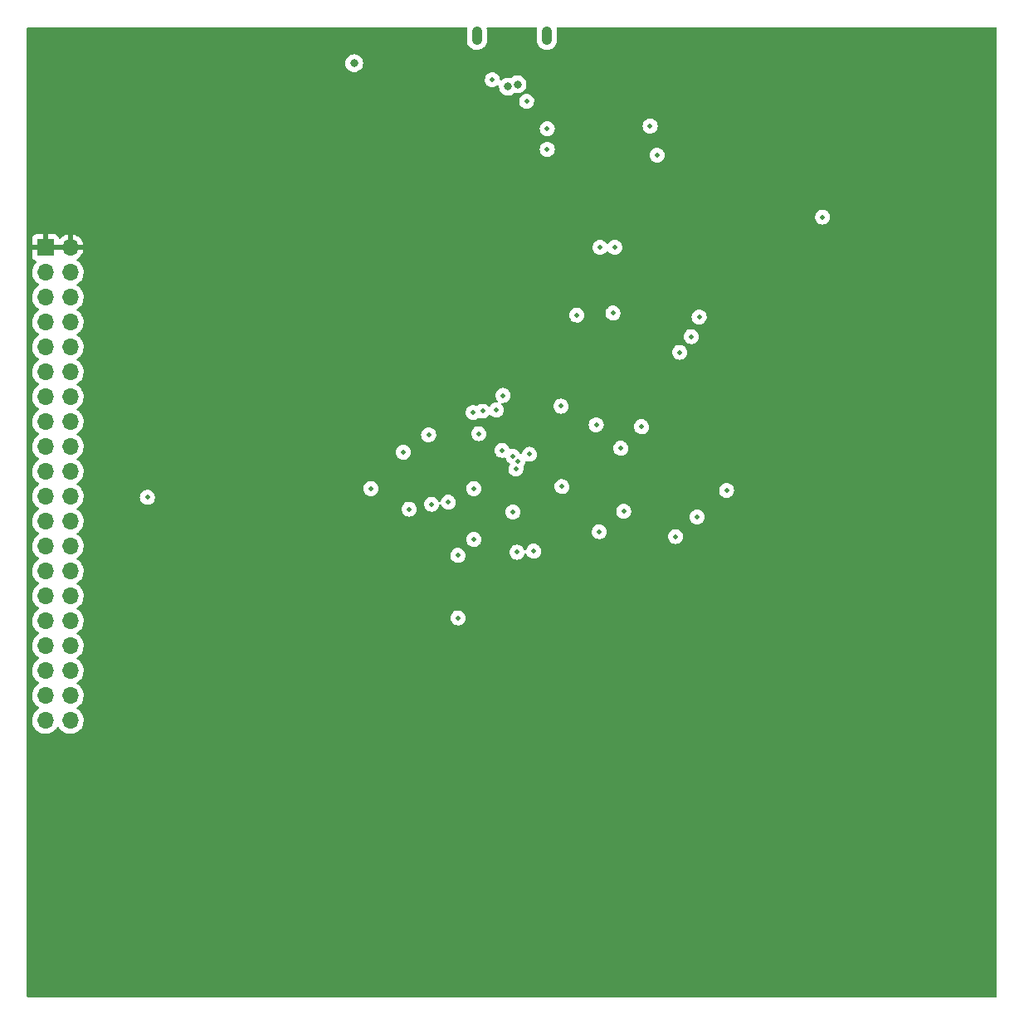
<source format=gbr>
%TF.GenerationSoftware,KiCad,Pcbnew,6.0.11-3.fc37*%
%TF.CreationDate,2023-03-10T11:04:47-06:00*%
%TF.ProjectId,ESP32,45535033-322e-46b6-9963-61645f706362,rev?*%
%TF.SameCoordinates,Original*%
%TF.FileFunction,Copper,L3,Inr*%
%TF.FilePolarity,Positive*%
%FSLAX46Y46*%
G04 Gerber Fmt 4.6, Leading zero omitted, Abs format (unit mm)*
G04 Created by KiCad (PCBNEW 6.0.11-3.fc37) date 2023-03-10 11:04:47*
%MOMM*%
%LPD*%
G01*
G04 APERTURE LIST*
%TA.AperFunction,ComponentPad*%
%ADD10R,1.700000X1.700000*%
%TD*%
%TA.AperFunction,ComponentPad*%
%ADD11O,1.700000X1.700000*%
%TD*%
%TA.AperFunction,ComponentPad*%
%ADD12O,1.050000X1.900000*%
%TD*%
%TA.AperFunction,ViaPad*%
%ADD13C,0.510000*%
%TD*%
%TA.AperFunction,ViaPad*%
%ADD14C,0.800000*%
%TD*%
G04 APERTURE END LIST*
D10*
%TO.N,+3V3*%
%TO.C,J1*%
X22400000Y-43000000D03*
D11*
X24940000Y-43000000D03*
%TO.N,/IO2*%
X22400000Y-45540000D03*
X24940000Y-45540000D03*
%TO.N,/IO4*%
X22400000Y-48080000D03*
X24940000Y-48080000D03*
%TO.N,/IO5*%
X22400000Y-50620000D03*
X24940000Y-50620000D03*
%TO.N,/IO18*%
X22400000Y-53160000D03*
X24940000Y-53160000D03*
%TO.N,/IO19*%
X22400000Y-55700000D03*
X24940000Y-55700000D03*
%TO.N,/IO21*%
X22400000Y-58240000D03*
X24940000Y-58240000D03*
%TO.N,/IO22*%
X22400000Y-60780000D03*
X24940000Y-60780000D03*
%TO.N,/IO23*%
X22400000Y-63320000D03*
X24940000Y-63320000D03*
%TO.N,/IO25*%
X22400000Y-65860000D03*
X24940000Y-65860000D03*
%TO.N,/IO26*%
X22400000Y-68400000D03*
X24940000Y-68400000D03*
%TO.N,/IO27*%
X22400000Y-70940000D03*
X24940000Y-70940000D03*
%TO.N,/IO14*%
X22400000Y-73480000D03*
X24940000Y-73480000D03*
%TO.N,/IO12*%
X22400000Y-76020000D03*
X24940000Y-76020000D03*
%TO.N,/IO13*%
X22400000Y-78560000D03*
X24940000Y-78560000D03*
%TO.N,/IO15*%
X22400000Y-81100000D03*
X24940000Y-81100000D03*
%TO.N,unconnected-(J1-Pad33)*%
X22400000Y-83640000D03*
%TO.N,unconnected-(J1-Pad34)*%
X24940000Y-83640000D03*
%TO.N,unconnected-(J1-Pad35)*%
X22400000Y-86180000D03*
%TO.N,unconnected-(J1-Pad36)*%
X24940000Y-86180000D03*
%TO.N,unconnected-(J1-Pad37)*%
X22400000Y-88720000D03*
%TO.N,unconnected-(J1-Pad38)*%
X24940000Y-88720000D03*
%TO.N,GND*%
X22400000Y-91260000D03*
X24940000Y-91260000D03*
%TD*%
D12*
%TO.N,GND*%
%TO.C,J2*%
X73575000Y-21400000D03*
X66425000Y-21400000D03*
%TD*%
D13*
%TO.N,+3V3*%
X66300000Y-78200000D03*
X74300000Y-69700000D03*
X67000000Y-65900000D03*
X72900000Y-62000000D03*
X83300000Y-48000000D03*
X65150000Y-31350000D03*
X91100000Y-63400000D03*
X68800000Y-73700000D03*
X69300000Y-28300000D03*
%TO.N,GND*%
X76600000Y-49900000D03*
X61800000Y-69200000D03*
X78900000Y-72000000D03*
X71500000Y-28100000D03*
X58900000Y-63900000D03*
X66600000Y-62000000D03*
X87100000Y-53700000D03*
D14*
X53900000Y-24200000D03*
D13*
X88300000Y-52100000D03*
X61500000Y-62100000D03*
X70100000Y-70000000D03*
X81400000Y-69900000D03*
X59500000Y-69700000D03*
X64500000Y-80800000D03*
X89100000Y-50100000D03*
%TO.N,VDD_SDIO*%
X83200000Y-61300000D03*
%TO.N,Net-(U2-Pad1)*%
X64475000Y-74425000D03*
X63500000Y-69000000D03*
X66100000Y-72800000D03*
%TO.N,/EN*%
X70500000Y-74100000D03*
X75100000Y-67400000D03*
%TO.N,/IO2*%
X101700000Y-39900000D03*
%TO.N,/IO4*%
X81100000Y-63500000D03*
%TO.N,/IO5*%
X69100000Y-58100000D03*
%TO.N,/IO18*%
X68400000Y-59600000D03*
%TO.N,/IO19*%
X66050000Y-59850000D03*
%TO.N,/IO22*%
X66100000Y-67600000D03*
X55600000Y-67600000D03*
%TO.N,/IO23*%
X67000000Y-59700000D03*
%TO.N,/IO25*%
X72200000Y-74000000D03*
%TO.N,/IO26*%
X32800000Y-68500000D03*
%TO.N,/IO27*%
X86700000Y-72500000D03*
%TO.N,/IO12*%
X88900000Y-70500000D03*
%TO.N,/IO15*%
X91900000Y-67800000D03*
%TO.N,VBUS*%
X68000000Y-25900000D03*
D14*
%TO.N,Net-(J2-Pad2)*%
X69600000Y-26600000D03*
%TO.N,Net-(J2-Pad3)*%
X70569659Y-26357585D03*
D13*
%TO.N,/RTS*%
X84800000Y-33600000D03*
X73600000Y-33000000D03*
%TO.N,/DTR*%
X84100000Y-30600000D03*
X73600000Y-30900000D03*
%TO.N,/FLASH_CS*%
X80300000Y-49700000D03*
X70400000Y-65600000D03*
%TO.N,/FLASH_IO3*%
X78600000Y-61100000D03*
X70600000Y-64800000D03*
%TO.N,/FLASH_CLK*%
X71800000Y-64100000D03*
X70100000Y-64300000D03*
%TO.N,/FLASH_IO0*%
X75000000Y-59200000D03*
X69000000Y-63700000D03*
%TO.N,/TXD*%
X79000000Y-43000000D03*
X80500000Y-43000000D03*
%TD*%
%TA.AperFunction,Conductor*%
%TO.N,+3V3*%
G36*
X65384647Y-20528502D02*
G01*
X65431140Y-20582158D01*
X65441244Y-20652432D01*
X65436629Y-20672593D01*
X65409193Y-20759084D01*
X65408507Y-20765201D01*
X65408506Y-20765205D01*
X65406912Y-20779420D01*
X65391500Y-20916817D01*
X65391500Y-21876004D01*
X65406277Y-22026713D01*
X65464858Y-22220742D01*
X65560010Y-22399698D01*
X65688110Y-22556763D01*
X65692857Y-22560690D01*
X65692859Y-22560692D01*
X65839528Y-22682027D01*
X65839531Y-22682029D01*
X65844278Y-22685956D01*
X66022565Y-22782356D01*
X66119372Y-22812323D01*
X66210293Y-22840468D01*
X66210296Y-22840469D01*
X66216180Y-22842290D01*
X66222305Y-22842934D01*
X66222306Y-22842934D01*
X66411622Y-22862832D01*
X66411623Y-22862832D01*
X66417750Y-22863476D01*
X66501014Y-22855898D01*
X66613457Y-22845665D01*
X66613460Y-22845664D01*
X66619596Y-22845106D01*
X66625502Y-22843368D01*
X66625506Y-22843367D01*
X66808120Y-22789620D01*
X66808119Y-22789620D01*
X66814029Y-22787881D01*
X66819486Y-22785028D01*
X66819489Y-22785027D01*
X66903837Y-22740931D01*
X66993645Y-22693981D01*
X67151601Y-22566981D01*
X67281881Y-22411719D01*
X67284845Y-22406327D01*
X67284848Y-22406323D01*
X67376556Y-22239506D01*
X67379523Y-22234109D01*
X67440807Y-22040916D01*
X67441739Y-22032615D01*
X67458107Y-21886683D01*
X67458500Y-21883183D01*
X67458500Y-20923996D01*
X67443723Y-20773287D01*
X67430942Y-20730954D01*
X67412816Y-20670918D01*
X67412275Y-20599923D01*
X67450203Y-20539907D01*
X67514557Y-20509923D01*
X67533438Y-20508500D01*
X72466526Y-20508500D01*
X72534647Y-20528502D01*
X72581140Y-20582158D01*
X72591244Y-20652432D01*
X72586629Y-20672593D01*
X72559193Y-20759084D01*
X72558507Y-20765201D01*
X72558506Y-20765205D01*
X72556912Y-20779420D01*
X72541500Y-20916817D01*
X72541500Y-21876004D01*
X72556277Y-22026713D01*
X72614858Y-22220742D01*
X72710010Y-22399698D01*
X72838110Y-22556763D01*
X72842857Y-22560690D01*
X72842859Y-22560692D01*
X72989528Y-22682027D01*
X72989531Y-22682029D01*
X72994278Y-22685956D01*
X73172565Y-22782356D01*
X73269372Y-22812323D01*
X73360293Y-22840468D01*
X73360296Y-22840469D01*
X73366180Y-22842290D01*
X73372305Y-22842934D01*
X73372306Y-22842934D01*
X73561622Y-22862832D01*
X73561623Y-22862832D01*
X73567750Y-22863476D01*
X73651014Y-22855898D01*
X73763457Y-22845665D01*
X73763460Y-22845664D01*
X73769596Y-22845106D01*
X73775502Y-22843368D01*
X73775506Y-22843367D01*
X73958120Y-22789620D01*
X73958119Y-22789620D01*
X73964029Y-22787881D01*
X73969486Y-22785028D01*
X73969489Y-22785027D01*
X74053837Y-22740931D01*
X74143645Y-22693981D01*
X74301601Y-22566981D01*
X74431881Y-22411719D01*
X74434845Y-22406327D01*
X74434848Y-22406323D01*
X74526556Y-22239506D01*
X74529523Y-22234109D01*
X74590807Y-22040916D01*
X74591739Y-22032615D01*
X74608107Y-21886683D01*
X74608500Y-21883183D01*
X74608500Y-20923996D01*
X74593723Y-20773287D01*
X74580942Y-20730954D01*
X74562816Y-20670918D01*
X74562275Y-20599923D01*
X74600203Y-20539907D01*
X74664557Y-20509923D01*
X74683438Y-20508500D01*
X119365500Y-20508500D01*
X119433621Y-20528502D01*
X119480114Y-20582158D01*
X119491500Y-20634500D01*
X119491500Y-119365500D01*
X119471498Y-119433621D01*
X119417842Y-119480114D01*
X119365500Y-119491500D01*
X20634500Y-119491500D01*
X20566379Y-119471498D01*
X20519886Y-119417842D01*
X20508500Y-119365500D01*
X20508500Y-91226695D01*
X21037251Y-91226695D01*
X21037548Y-91231848D01*
X21037548Y-91231851D01*
X21043011Y-91326590D01*
X21050110Y-91449715D01*
X21051247Y-91454761D01*
X21051248Y-91454767D01*
X21071119Y-91542939D01*
X21099222Y-91667639D01*
X21183266Y-91874616D01*
X21234019Y-91957438D01*
X21297291Y-92060688D01*
X21299987Y-92065088D01*
X21446250Y-92233938D01*
X21618126Y-92376632D01*
X21811000Y-92489338D01*
X22019692Y-92569030D01*
X22024760Y-92570061D01*
X22024763Y-92570062D01*
X22132017Y-92591883D01*
X22238597Y-92613567D01*
X22243772Y-92613757D01*
X22243774Y-92613757D01*
X22456673Y-92621564D01*
X22456677Y-92621564D01*
X22461837Y-92621753D01*
X22466957Y-92621097D01*
X22466959Y-92621097D01*
X22678288Y-92594025D01*
X22678289Y-92594025D01*
X22683416Y-92593368D01*
X22688366Y-92591883D01*
X22892429Y-92530661D01*
X22892434Y-92530659D01*
X22897384Y-92529174D01*
X23097994Y-92430896D01*
X23279860Y-92301173D01*
X23438096Y-92143489D01*
X23497594Y-92060689D01*
X23568453Y-91962077D01*
X23569776Y-91963028D01*
X23616645Y-91919857D01*
X23686580Y-91907625D01*
X23752026Y-91935144D01*
X23779875Y-91966994D01*
X23839987Y-92065088D01*
X23986250Y-92233938D01*
X24158126Y-92376632D01*
X24351000Y-92489338D01*
X24559692Y-92569030D01*
X24564760Y-92570061D01*
X24564763Y-92570062D01*
X24672017Y-92591883D01*
X24778597Y-92613567D01*
X24783772Y-92613757D01*
X24783774Y-92613757D01*
X24996673Y-92621564D01*
X24996677Y-92621564D01*
X25001837Y-92621753D01*
X25006957Y-92621097D01*
X25006959Y-92621097D01*
X25218288Y-92594025D01*
X25218289Y-92594025D01*
X25223416Y-92593368D01*
X25228366Y-92591883D01*
X25432429Y-92530661D01*
X25432434Y-92530659D01*
X25437384Y-92529174D01*
X25637994Y-92430896D01*
X25819860Y-92301173D01*
X25978096Y-92143489D01*
X26037594Y-92060689D01*
X26105435Y-91966277D01*
X26108453Y-91962077D01*
X26129320Y-91919857D01*
X26205136Y-91766453D01*
X26205137Y-91766451D01*
X26207430Y-91761811D01*
X26272370Y-91548069D01*
X26301529Y-91326590D01*
X26303156Y-91260000D01*
X26284852Y-91037361D01*
X26230431Y-90820702D01*
X26141354Y-90615840D01*
X26020014Y-90428277D01*
X25869670Y-90263051D01*
X25865619Y-90259852D01*
X25865615Y-90259848D01*
X25698414Y-90127800D01*
X25698410Y-90127798D01*
X25694359Y-90124598D01*
X25653053Y-90101796D01*
X25603084Y-90051364D01*
X25588312Y-89981921D01*
X25613428Y-89915516D01*
X25640780Y-89888909D01*
X25684603Y-89857650D01*
X25819860Y-89761173D01*
X25978096Y-89603489D01*
X26037594Y-89520689D01*
X26105435Y-89426277D01*
X26108453Y-89422077D01*
X26129320Y-89379857D01*
X26205136Y-89226453D01*
X26205137Y-89226451D01*
X26207430Y-89221811D01*
X26272370Y-89008069D01*
X26301529Y-88786590D01*
X26303156Y-88720000D01*
X26284852Y-88497361D01*
X26230431Y-88280702D01*
X26141354Y-88075840D01*
X26020014Y-87888277D01*
X25869670Y-87723051D01*
X25865619Y-87719852D01*
X25865615Y-87719848D01*
X25698414Y-87587800D01*
X25698410Y-87587798D01*
X25694359Y-87584598D01*
X25653053Y-87561796D01*
X25603084Y-87511364D01*
X25588312Y-87441921D01*
X25613428Y-87375516D01*
X25640780Y-87348909D01*
X25684603Y-87317650D01*
X25819860Y-87221173D01*
X25978096Y-87063489D01*
X26037594Y-86980689D01*
X26105435Y-86886277D01*
X26108453Y-86882077D01*
X26129320Y-86839857D01*
X26205136Y-86686453D01*
X26205137Y-86686451D01*
X26207430Y-86681811D01*
X26272370Y-86468069D01*
X26301529Y-86246590D01*
X26303156Y-86180000D01*
X26284852Y-85957361D01*
X26230431Y-85740702D01*
X26141354Y-85535840D01*
X26020014Y-85348277D01*
X25869670Y-85183051D01*
X25865619Y-85179852D01*
X25865615Y-85179848D01*
X25698414Y-85047800D01*
X25698410Y-85047798D01*
X25694359Y-85044598D01*
X25653053Y-85021796D01*
X25603084Y-84971364D01*
X25588312Y-84901921D01*
X25613428Y-84835516D01*
X25640780Y-84808909D01*
X25684603Y-84777650D01*
X25819860Y-84681173D01*
X25978096Y-84523489D01*
X26037594Y-84440689D01*
X26105435Y-84346277D01*
X26108453Y-84342077D01*
X26129320Y-84299857D01*
X26205136Y-84146453D01*
X26205137Y-84146451D01*
X26207430Y-84141811D01*
X26272370Y-83928069D01*
X26301529Y-83706590D01*
X26303156Y-83640000D01*
X26284852Y-83417361D01*
X26230431Y-83200702D01*
X26141354Y-82995840D01*
X26020014Y-82808277D01*
X25869670Y-82643051D01*
X25865619Y-82639852D01*
X25865615Y-82639848D01*
X25698414Y-82507800D01*
X25698410Y-82507798D01*
X25694359Y-82504598D01*
X25653053Y-82481796D01*
X25603084Y-82431364D01*
X25588312Y-82361921D01*
X25613428Y-82295516D01*
X25640780Y-82268909D01*
X25684603Y-82237650D01*
X25819860Y-82141173D01*
X25978096Y-81983489D01*
X26037594Y-81900689D01*
X26105435Y-81806277D01*
X26108453Y-81802077D01*
X26129320Y-81759857D01*
X26205136Y-81606453D01*
X26205137Y-81606451D01*
X26207430Y-81601811D01*
X26264003Y-81415607D01*
X26270865Y-81393023D01*
X26270865Y-81393021D01*
X26272370Y-81388069D01*
X26301529Y-81166590D01*
X26301611Y-81163240D01*
X26303074Y-81103365D01*
X26303074Y-81103361D01*
X26303156Y-81100000D01*
X26284852Y-80877361D01*
X26262726Y-80789272D01*
X63731744Y-80789272D01*
X63748459Y-80959745D01*
X63802526Y-81122278D01*
X63891259Y-81268793D01*
X64010247Y-81392009D01*
X64153577Y-81485801D01*
X64314124Y-81545508D01*
X64321105Y-81546439D01*
X64321107Y-81546440D01*
X64476928Y-81567231D01*
X64476932Y-81567231D01*
X64483909Y-81568162D01*
X64490920Y-81567524D01*
X64490924Y-81567524D01*
X64647473Y-81553277D01*
X64647474Y-81553277D01*
X64654494Y-81552638D01*
X64683993Y-81543053D01*
X64810702Y-81501883D01*
X64810705Y-81501882D01*
X64817401Y-81499706D01*
X64840727Y-81485801D01*
X64958480Y-81415607D01*
X64958482Y-81415606D01*
X64964532Y-81411999D01*
X65088576Y-81293874D01*
X65150585Y-81200542D01*
X65179465Y-81157075D01*
X65179466Y-81157073D01*
X65183366Y-81151203D01*
X65244192Y-80991076D01*
X65264782Y-80844570D01*
X65267482Y-80825362D01*
X65267482Y-80825356D01*
X65268031Y-80821453D01*
X65268331Y-80800000D01*
X65249237Y-80629777D01*
X65192906Y-80468015D01*
X65102136Y-80322753D01*
X64981439Y-80201210D01*
X64916049Y-80159712D01*
X64842757Y-80113200D01*
X64842754Y-80113198D01*
X64836814Y-80109429D01*
X64809908Y-80099848D01*
X64682083Y-80054331D01*
X64682081Y-80054330D01*
X64675449Y-80051969D01*
X64668463Y-80051136D01*
X64668459Y-80051135D01*
X64548217Y-80036798D01*
X64505364Y-80031688D01*
X64498361Y-80032424D01*
X64498360Y-80032424D01*
X64456591Y-80036814D01*
X64335012Y-80049592D01*
X64328344Y-80051862D01*
X64179528Y-80102523D01*
X64179525Y-80102524D01*
X64172861Y-80104793D01*
X64026968Y-80194547D01*
X64021937Y-80199473D01*
X64021934Y-80199476D01*
X63974014Y-80246403D01*
X63904586Y-80314392D01*
X63811797Y-80458373D01*
X63809388Y-80464993D01*
X63809387Y-80464994D01*
X63805868Y-80474662D01*
X63753212Y-80619333D01*
X63731744Y-80789272D01*
X26262726Y-80789272D01*
X26230431Y-80660702D01*
X26141354Y-80455840D01*
X26049847Y-80314392D01*
X26022822Y-80272617D01*
X26022820Y-80272614D01*
X26020014Y-80268277D01*
X25869670Y-80103051D01*
X25865619Y-80099852D01*
X25865615Y-80099848D01*
X25698414Y-79967800D01*
X25698410Y-79967798D01*
X25694359Y-79964598D01*
X25653053Y-79941796D01*
X25603084Y-79891364D01*
X25588312Y-79821921D01*
X25613428Y-79755516D01*
X25640780Y-79728909D01*
X25684603Y-79697650D01*
X25819860Y-79601173D01*
X25978096Y-79443489D01*
X26037594Y-79360689D01*
X26105435Y-79266277D01*
X26108453Y-79262077D01*
X26129320Y-79219857D01*
X26205136Y-79066453D01*
X26205137Y-79066451D01*
X26207430Y-79061811D01*
X26272370Y-78848069D01*
X26301529Y-78626590D01*
X26303156Y-78560000D01*
X26284852Y-78337361D01*
X26230431Y-78120702D01*
X26141354Y-77915840D01*
X26020014Y-77728277D01*
X25869670Y-77563051D01*
X25865619Y-77559852D01*
X25865615Y-77559848D01*
X25698414Y-77427800D01*
X25698410Y-77427798D01*
X25694359Y-77424598D01*
X25653053Y-77401796D01*
X25603084Y-77351364D01*
X25588312Y-77281921D01*
X25613428Y-77215516D01*
X25640780Y-77188909D01*
X25684603Y-77157650D01*
X25819860Y-77061173D01*
X25978096Y-76903489D01*
X26037594Y-76820689D01*
X26105435Y-76726277D01*
X26108453Y-76722077D01*
X26129320Y-76679857D01*
X26205136Y-76526453D01*
X26205137Y-76526451D01*
X26207430Y-76521811D01*
X26272370Y-76308069D01*
X26301529Y-76086590D01*
X26303156Y-76020000D01*
X26284852Y-75797361D01*
X26230431Y-75580702D01*
X26141354Y-75375840D01*
X26101906Y-75314862D01*
X26022822Y-75192617D01*
X26022820Y-75192614D01*
X26020014Y-75188277D01*
X25869670Y-75023051D01*
X25865619Y-75019852D01*
X25865615Y-75019848D01*
X25698414Y-74887800D01*
X25698410Y-74887798D01*
X25694359Y-74884598D01*
X25653053Y-74861796D01*
X25603084Y-74811364D01*
X25588312Y-74741921D01*
X25613428Y-74675516D01*
X25640780Y-74648909D01*
X25699337Y-74607141D01*
X25819860Y-74521173D01*
X25878468Y-74462770D01*
X25927135Y-74414272D01*
X63706744Y-74414272D01*
X63723459Y-74584745D01*
X63777526Y-74747278D01*
X63802344Y-74788257D01*
X63845810Y-74860027D01*
X63866259Y-74893793D01*
X63985247Y-75017009D01*
X64128577Y-75110801D01*
X64289124Y-75170508D01*
X64296105Y-75171439D01*
X64296107Y-75171440D01*
X64451928Y-75192231D01*
X64451932Y-75192231D01*
X64458909Y-75193162D01*
X64465920Y-75192524D01*
X64465924Y-75192524D01*
X64622473Y-75178277D01*
X64622474Y-75178277D01*
X64629494Y-75177638D01*
X64688699Y-75158401D01*
X64785702Y-75126883D01*
X64785705Y-75126882D01*
X64792401Y-75124706D01*
X64815727Y-75110801D01*
X64933480Y-75040607D01*
X64933482Y-75040606D01*
X64939532Y-75036999D01*
X65063576Y-74918874D01*
X65145147Y-74796099D01*
X65154465Y-74782075D01*
X65154466Y-74782073D01*
X65158366Y-74776203D01*
X65219192Y-74616076D01*
X65229591Y-74542086D01*
X65242482Y-74450362D01*
X65242482Y-74450356D01*
X65243031Y-74446453D01*
X65243331Y-74425000D01*
X65224237Y-74254777D01*
X65202054Y-74191076D01*
X65170221Y-74099662D01*
X65170220Y-74099660D01*
X65167906Y-74093015D01*
X65165567Y-74089272D01*
X69731744Y-74089272D01*
X69748459Y-74259745D01*
X69802526Y-74422278D01*
X69891259Y-74568793D01*
X69896150Y-74573858D01*
X69896151Y-74573859D01*
X69943280Y-74622662D01*
X70010247Y-74692009D01*
X70153577Y-74785801D01*
X70314124Y-74845508D01*
X70321105Y-74846439D01*
X70321107Y-74846440D01*
X70476928Y-74867231D01*
X70476932Y-74867231D01*
X70483909Y-74868162D01*
X70490920Y-74867524D01*
X70490924Y-74867524D01*
X70647473Y-74853277D01*
X70647474Y-74853277D01*
X70654494Y-74852638D01*
X70781522Y-74811364D01*
X70810702Y-74801883D01*
X70810705Y-74801882D01*
X70817401Y-74799706D01*
X70846978Y-74782075D01*
X70958480Y-74715607D01*
X70958482Y-74715606D01*
X70964532Y-74711999D01*
X71088576Y-74593874D01*
X71158916Y-74488003D01*
X71179465Y-74457075D01*
X71179466Y-74457073D01*
X71183366Y-74451203D01*
X71244192Y-74291076D01*
X71245172Y-74284102D01*
X71245281Y-74283678D01*
X71281597Y-74222672D01*
X71345130Y-74190985D01*
X71415709Y-74198676D01*
X71470925Y-74243304D01*
X71486880Y-74275244D01*
X71502526Y-74322278D01*
X71529694Y-74367137D01*
X71580097Y-74450362D01*
X71591259Y-74468793D01*
X71710247Y-74592009D01*
X71853577Y-74685801D01*
X72014124Y-74745508D01*
X72021105Y-74746439D01*
X72021107Y-74746440D01*
X72176928Y-74767231D01*
X72176932Y-74767231D01*
X72183909Y-74768162D01*
X72190920Y-74767524D01*
X72190924Y-74767524D01*
X72347473Y-74753277D01*
X72347474Y-74753277D01*
X72354494Y-74752638D01*
X72391577Y-74740589D01*
X72510702Y-74701883D01*
X72510705Y-74701882D01*
X72517401Y-74699706D01*
X72530313Y-74692009D01*
X72658480Y-74615607D01*
X72658482Y-74615606D01*
X72664532Y-74611999D01*
X72788576Y-74493874D01*
X72872780Y-74367137D01*
X72879465Y-74357075D01*
X72879466Y-74357073D01*
X72883366Y-74351203D01*
X72944192Y-74191076D01*
X72968031Y-74021453D01*
X72968331Y-74000000D01*
X72949237Y-73829777D01*
X72927748Y-73768069D01*
X72895221Y-73674662D01*
X72895220Y-73674660D01*
X72892906Y-73668015D01*
X72802136Y-73522753D01*
X72779250Y-73499706D01*
X72742714Y-73462914D01*
X72681439Y-73401210D01*
X72598942Y-73348856D01*
X72542757Y-73313200D01*
X72542754Y-73313198D01*
X72536814Y-73309429D01*
X72517420Y-73302523D01*
X72382083Y-73254331D01*
X72382081Y-73254330D01*
X72375449Y-73251969D01*
X72368463Y-73251136D01*
X72368459Y-73251135D01*
X72248217Y-73236798D01*
X72205364Y-73231688D01*
X72198361Y-73232424D01*
X72198360Y-73232424D01*
X72156591Y-73236814D01*
X72035012Y-73249592D01*
X72024187Y-73253277D01*
X71879528Y-73302523D01*
X71879525Y-73302524D01*
X71872861Y-73304793D01*
X71726968Y-73394547D01*
X71721937Y-73399473D01*
X71721934Y-73399476D01*
X71707920Y-73413200D01*
X71604586Y-73514392D01*
X71511797Y-73658373D01*
X71509388Y-73664993D01*
X71509387Y-73664994D01*
X71504169Y-73679331D01*
X71453212Y-73819333D01*
X71452790Y-73819179D01*
X71419514Y-73876898D01*
X71356429Y-73909469D01*
X71285750Y-73902764D01*
X71229916Y-73858912D01*
X71213515Y-73827197D01*
X71212568Y-73824476D01*
X71208470Y-73812710D01*
X71195222Y-73774664D01*
X71195220Y-73774659D01*
X71192906Y-73768015D01*
X71174276Y-73738200D01*
X71105869Y-73628727D01*
X71102136Y-73622753D01*
X70981439Y-73501210D01*
X70903661Y-73451851D01*
X70842757Y-73413200D01*
X70842754Y-73413198D01*
X70836814Y-73409429D01*
X70830181Y-73407067D01*
X70682083Y-73354331D01*
X70682081Y-73354330D01*
X70675449Y-73351969D01*
X70668463Y-73351136D01*
X70668459Y-73351135D01*
X70548217Y-73336798D01*
X70505364Y-73331688D01*
X70498361Y-73332424D01*
X70498360Y-73332424D01*
X70456591Y-73336814D01*
X70335012Y-73349592D01*
X70328344Y-73351862D01*
X70179528Y-73402523D01*
X70179525Y-73402524D01*
X70172861Y-73404793D01*
X70026968Y-73494547D01*
X70021937Y-73499473D01*
X70021934Y-73499476D01*
X69998165Y-73522753D01*
X69904586Y-73614392D01*
X69811797Y-73758373D01*
X69809388Y-73764993D01*
X69809387Y-73764994D01*
X69768657Y-73876898D01*
X69753212Y-73919333D01*
X69731744Y-74089272D01*
X65165567Y-74089272D01*
X65077136Y-73947753D01*
X65039119Y-73909469D01*
X64961402Y-73831208D01*
X64956439Y-73826210D01*
X64864738Y-73768015D01*
X64817757Y-73738200D01*
X64817754Y-73738198D01*
X64811814Y-73734429D01*
X64792420Y-73727523D01*
X64657083Y-73679331D01*
X64657081Y-73679330D01*
X64650449Y-73676969D01*
X64643463Y-73676136D01*
X64643459Y-73676135D01*
X64523217Y-73661798D01*
X64480364Y-73656688D01*
X64473361Y-73657424D01*
X64473360Y-73657424D01*
X64431591Y-73661814D01*
X64310012Y-73674592D01*
X64303344Y-73676862D01*
X64154528Y-73727523D01*
X64154525Y-73727524D01*
X64147861Y-73729793D01*
X64001968Y-73819547D01*
X63996937Y-73824473D01*
X63996934Y-73824476D01*
X63943403Y-73876898D01*
X63879586Y-73939392D01*
X63786797Y-74083373D01*
X63784388Y-74089993D01*
X63784387Y-74089994D01*
X63782705Y-74094616D01*
X63728212Y-74244333D01*
X63706744Y-74414272D01*
X25927135Y-74414272D01*
X25974435Y-74367137D01*
X25978096Y-74363489D01*
X26012516Y-74315589D01*
X26105435Y-74186277D01*
X26108453Y-74182077D01*
X26129320Y-74139857D01*
X26205136Y-73986453D01*
X26205137Y-73986451D01*
X26207430Y-73981811D01*
X26244770Y-73858912D01*
X26270865Y-73773023D01*
X26270865Y-73773021D01*
X26272370Y-73768069D01*
X26301529Y-73546590D01*
X26301611Y-73543240D01*
X26303074Y-73483365D01*
X26303074Y-73483361D01*
X26303156Y-73480000D01*
X26284852Y-73257361D01*
X26230431Y-73040702D01*
X26141354Y-72835840D01*
X26111228Y-72789272D01*
X65331744Y-72789272D01*
X65348459Y-72959745D01*
X65402526Y-73122278D01*
X65447234Y-73196099D01*
X65484336Y-73257361D01*
X65491259Y-73268793D01*
X65496150Y-73273858D01*
X65496151Y-73273859D01*
X65526024Y-73304793D01*
X65610247Y-73392009D01*
X65753577Y-73485801D01*
X65914124Y-73545508D01*
X65921105Y-73546439D01*
X65921107Y-73546440D01*
X66076928Y-73567231D01*
X66076932Y-73567231D01*
X66083909Y-73568162D01*
X66090920Y-73567524D01*
X66090924Y-73567524D01*
X66247473Y-73553277D01*
X66247474Y-73553277D01*
X66254494Y-73552638D01*
X66328084Y-73528727D01*
X66410702Y-73501883D01*
X66410705Y-73501882D01*
X66417401Y-73499706D01*
X66423452Y-73496099D01*
X66558480Y-73415607D01*
X66558482Y-73415606D01*
X66564532Y-73411999D01*
X66688576Y-73293874D01*
X66753537Y-73196099D01*
X66779465Y-73157075D01*
X66779466Y-73157073D01*
X66783366Y-73151203D01*
X66844192Y-72991076D01*
X66864776Y-72844613D01*
X66867482Y-72825362D01*
X66867482Y-72825356D01*
X66868031Y-72821453D01*
X66868331Y-72800000D01*
X66849237Y-72629777D01*
X66845600Y-72619333D01*
X66795221Y-72474662D01*
X66795220Y-72474660D01*
X66792906Y-72468015D01*
X66788295Y-72460635D01*
X66705869Y-72328727D01*
X66702136Y-72322753D01*
X66581439Y-72201210D01*
X66477921Y-72135516D01*
X66442757Y-72113200D01*
X66442754Y-72113198D01*
X66436814Y-72109429D01*
X66408863Y-72099476D01*
X66282083Y-72054331D01*
X66282081Y-72054330D01*
X66275449Y-72051969D01*
X66268463Y-72051136D01*
X66268459Y-72051135D01*
X66148217Y-72036798D01*
X66105364Y-72031688D01*
X66098361Y-72032424D01*
X66098360Y-72032424D01*
X66056591Y-72036814D01*
X65935012Y-72049592D01*
X65928344Y-72051862D01*
X65779528Y-72102523D01*
X65779525Y-72102524D01*
X65772861Y-72104793D01*
X65626968Y-72194547D01*
X65621937Y-72199473D01*
X65621934Y-72199476D01*
X65600060Y-72220897D01*
X65504586Y-72314392D01*
X65411797Y-72458373D01*
X65409388Y-72464993D01*
X65409387Y-72464994D01*
X65355881Y-72611999D01*
X65353212Y-72619333D01*
X65331744Y-72789272D01*
X26111228Y-72789272D01*
X26051963Y-72697662D01*
X26022822Y-72652617D01*
X26022820Y-72652614D01*
X26020014Y-72648277D01*
X25869670Y-72483051D01*
X25865619Y-72479852D01*
X25865615Y-72479848D01*
X25698414Y-72347800D01*
X25698410Y-72347798D01*
X25694359Y-72344598D01*
X25653053Y-72321796D01*
X25603084Y-72271364D01*
X25588312Y-72201921D01*
X25613428Y-72135516D01*
X25640780Y-72108909D01*
X25684603Y-72077650D01*
X25808506Y-71989272D01*
X78131744Y-71989272D01*
X78148459Y-72159745D01*
X78202526Y-72322278D01*
X78216044Y-72344598D01*
X78287172Y-72462044D01*
X78291259Y-72468793D01*
X78296150Y-72473858D01*
X78296151Y-72473859D01*
X78301935Y-72479848D01*
X78410247Y-72592009D01*
X78553577Y-72685801D01*
X78714124Y-72745508D01*
X78721105Y-72746439D01*
X78721107Y-72746440D01*
X78876928Y-72767231D01*
X78876932Y-72767231D01*
X78883909Y-72768162D01*
X78890920Y-72767524D01*
X78890924Y-72767524D01*
X79047473Y-72753277D01*
X79047474Y-72753277D01*
X79054494Y-72752638D01*
X79083993Y-72743053D01*
X79210702Y-72701883D01*
X79210705Y-72701882D01*
X79217401Y-72699706D01*
X79243579Y-72684101D01*
X79358480Y-72615607D01*
X79358482Y-72615606D01*
X79364532Y-72611999D01*
X79488576Y-72493874D01*
X79491634Y-72489272D01*
X85931744Y-72489272D01*
X85948459Y-72659745D01*
X86002526Y-72822278D01*
X86091259Y-72968793D01*
X86210247Y-73092009D01*
X86353577Y-73185801D01*
X86514124Y-73245508D01*
X86521105Y-73246439D01*
X86521107Y-73246440D01*
X86676928Y-73267231D01*
X86676932Y-73267231D01*
X86683909Y-73268162D01*
X86690920Y-73267524D01*
X86690924Y-73267524D01*
X86847473Y-73253277D01*
X86847474Y-73253277D01*
X86854494Y-73252638D01*
X86883993Y-73243053D01*
X87010702Y-73201883D01*
X87010705Y-73201882D01*
X87017401Y-73199706D01*
X87040727Y-73185801D01*
X87158480Y-73115607D01*
X87158482Y-73115606D01*
X87164532Y-73111999D01*
X87288576Y-72993874D01*
X87383366Y-72851203D01*
X87444192Y-72691076D01*
X87454591Y-72617086D01*
X87467482Y-72525362D01*
X87467482Y-72525356D01*
X87468031Y-72521453D01*
X87468331Y-72500000D01*
X87449237Y-72329777D01*
X87412178Y-72223357D01*
X87395221Y-72174662D01*
X87395220Y-72174660D01*
X87392906Y-72168015D01*
X87302136Y-72022753D01*
X87279542Y-72000000D01*
X87194078Y-71913938D01*
X87181439Y-71901210D01*
X87064718Y-71827137D01*
X87042757Y-71813200D01*
X87042754Y-71813198D01*
X87036814Y-71809429D01*
X87017420Y-71802523D01*
X86882083Y-71754331D01*
X86882081Y-71754330D01*
X86875449Y-71751969D01*
X86868463Y-71751136D01*
X86868459Y-71751135D01*
X86748217Y-71736798D01*
X86705364Y-71731688D01*
X86698361Y-71732424D01*
X86698360Y-71732424D01*
X86656591Y-71736814D01*
X86535012Y-71749592D01*
X86528344Y-71751862D01*
X86379528Y-71802523D01*
X86379525Y-71802524D01*
X86372861Y-71804793D01*
X86226968Y-71894547D01*
X86221937Y-71899473D01*
X86221934Y-71899476D01*
X86165777Y-71954470D01*
X86104586Y-72014392D01*
X86011797Y-72158373D01*
X86009388Y-72164993D01*
X86009387Y-72164994D01*
X85983311Y-72236638D01*
X85953212Y-72319333D01*
X85931744Y-72489272D01*
X79491634Y-72489272D01*
X79583366Y-72351203D01*
X79644192Y-72191076D01*
X79663087Y-72056632D01*
X79667482Y-72025362D01*
X79667482Y-72025356D01*
X79668031Y-72021453D01*
X79668331Y-72000000D01*
X79649237Y-71829777D01*
X79622142Y-71751969D01*
X79595221Y-71674662D01*
X79595220Y-71674660D01*
X79592906Y-71668015D01*
X79559869Y-71615144D01*
X79505869Y-71528727D01*
X79502136Y-71522753D01*
X79381439Y-71401210D01*
X79316049Y-71359712D01*
X79242757Y-71313200D01*
X79242754Y-71313198D01*
X79236814Y-71309429D01*
X79120924Y-71268162D01*
X79082083Y-71254331D01*
X79082081Y-71254330D01*
X79075449Y-71251969D01*
X79068463Y-71251136D01*
X79068459Y-71251135D01*
X78948217Y-71236798D01*
X78905364Y-71231688D01*
X78898361Y-71232424D01*
X78898360Y-71232424D01*
X78856591Y-71236814D01*
X78735012Y-71249592D01*
X78724187Y-71253277D01*
X78579528Y-71302523D01*
X78579525Y-71302524D01*
X78572861Y-71304793D01*
X78426968Y-71394547D01*
X78421937Y-71399473D01*
X78421934Y-71399476D01*
X78383762Y-71436857D01*
X78304586Y-71514392D01*
X78211797Y-71658373D01*
X78209388Y-71664993D01*
X78209387Y-71664994D01*
X78177731Y-71751969D01*
X78153212Y-71819333D01*
X78131744Y-71989272D01*
X25808506Y-71989272D01*
X25819860Y-71981173D01*
X25978096Y-71823489D01*
X25985490Y-71813200D01*
X26105435Y-71646277D01*
X26108453Y-71642077D01*
X26129320Y-71599857D01*
X26205136Y-71446453D01*
X26205137Y-71446451D01*
X26207430Y-71441811D01*
X26247938Y-71308484D01*
X26270865Y-71233023D01*
X26270865Y-71233021D01*
X26272370Y-71228069D01*
X26301529Y-71006590D01*
X26302329Y-70973859D01*
X26303074Y-70943365D01*
X26303074Y-70943361D01*
X26303156Y-70940000D01*
X26284852Y-70717361D01*
X26230431Y-70500702D01*
X26141354Y-70295840D01*
X26069067Y-70184101D01*
X26022822Y-70112617D01*
X26022820Y-70112614D01*
X26020014Y-70108277D01*
X25869670Y-69943051D01*
X25865619Y-69939852D01*
X25865615Y-69939848D01*
X25698414Y-69807800D01*
X25698410Y-69807798D01*
X25694359Y-69804598D01*
X25653053Y-69781796D01*
X25603084Y-69731364D01*
X25594130Y-69689272D01*
X58731744Y-69689272D01*
X58748459Y-69859745D01*
X58802526Y-70022278D01*
X58844192Y-70091076D01*
X58887172Y-70162044D01*
X58891259Y-70168793D01*
X58896150Y-70173858D01*
X58896151Y-70173859D01*
X58906042Y-70184101D01*
X59010247Y-70292009D01*
X59153577Y-70385801D01*
X59314124Y-70445508D01*
X59321105Y-70446439D01*
X59321107Y-70446440D01*
X59476928Y-70467231D01*
X59476932Y-70467231D01*
X59483909Y-70468162D01*
X59490920Y-70467524D01*
X59490924Y-70467524D01*
X59647473Y-70453277D01*
X59647474Y-70453277D01*
X59654494Y-70452638D01*
X59683993Y-70443053D01*
X59810702Y-70401883D01*
X59810705Y-70401882D01*
X59817401Y-70399706D01*
X59823452Y-70396099D01*
X59958480Y-70315607D01*
X59958482Y-70315606D01*
X59964532Y-70311999D01*
X60088576Y-70193874D01*
X60165296Y-70078401D01*
X60179465Y-70057075D01*
X60179466Y-70057073D01*
X60183366Y-70051203D01*
X60206891Y-69989272D01*
X69331744Y-69989272D01*
X69348459Y-70159745D01*
X69402526Y-70322278D01*
X69491259Y-70468793D01*
X69610247Y-70592009D01*
X69753577Y-70685801D01*
X69914124Y-70745508D01*
X69921105Y-70746439D01*
X69921107Y-70746440D01*
X70076928Y-70767231D01*
X70076932Y-70767231D01*
X70083909Y-70768162D01*
X70090920Y-70767524D01*
X70090924Y-70767524D01*
X70247473Y-70753277D01*
X70247474Y-70753277D01*
X70254494Y-70752638D01*
X70283993Y-70743053D01*
X70410702Y-70701883D01*
X70410705Y-70701882D01*
X70417401Y-70699706D01*
X70443579Y-70684101D01*
X70558480Y-70615607D01*
X70558482Y-70615606D01*
X70564532Y-70611999D01*
X70688576Y-70493874D01*
X70755016Y-70393874D01*
X70779465Y-70357075D01*
X70779466Y-70357073D01*
X70783366Y-70351203D01*
X70844192Y-70191076D01*
X70858903Y-70086403D01*
X70867482Y-70025362D01*
X70867482Y-70025356D01*
X70868031Y-70021453D01*
X70868331Y-70000000D01*
X70855911Y-69889272D01*
X80631744Y-69889272D01*
X80648459Y-70059745D01*
X80702526Y-70222278D01*
X80744444Y-70291492D01*
X80765538Y-70326322D01*
X80791259Y-70368793D01*
X80796150Y-70373858D01*
X80796151Y-70373859D01*
X80862971Y-70443053D01*
X80910247Y-70492009D01*
X81053577Y-70585801D01*
X81214124Y-70645508D01*
X81221105Y-70646439D01*
X81221107Y-70646440D01*
X81376928Y-70667231D01*
X81376932Y-70667231D01*
X81383909Y-70668162D01*
X81390920Y-70667524D01*
X81390924Y-70667524D01*
X81547473Y-70653277D01*
X81547474Y-70653277D01*
X81554494Y-70652638D01*
X81583993Y-70643053D01*
X81710702Y-70601883D01*
X81710705Y-70601882D01*
X81717401Y-70599706D01*
X81740727Y-70585801D01*
X81858480Y-70515607D01*
X81858482Y-70515606D01*
X81864532Y-70511999D01*
X81888398Y-70489272D01*
X88131744Y-70489272D01*
X88148459Y-70659745D01*
X88202526Y-70822278D01*
X88291259Y-70968793D01*
X88410247Y-71092009D01*
X88553577Y-71185801D01*
X88714124Y-71245508D01*
X88721105Y-71246439D01*
X88721107Y-71246440D01*
X88876928Y-71267231D01*
X88876932Y-71267231D01*
X88883909Y-71268162D01*
X88890920Y-71267524D01*
X88890924Y-71267524D01*
X89047473Y-71253277D01*
X89047474Y-71253277D01*
X89054494Y-71252638D01*
X89083993Y-71243053D01*
X89210702Y-71201883D01*
X89210705Y-71201882D01*
X89217401Y-71199706D01*
X89240727Y-71185801D01*
X89358480Y-71115607D01*
X89358482Y-71115606D01*
X89364532Y-71111999D01*
X89488576Y-70993874D01*
X89583366Y-70851203D01*
X89644192Y-70691076D01*
X89654591Y-70617086D01*
X89667482Y-70525362D01*
X89667482Y-70525356D01*
X89668031Y-70521453D01*
X89668331Y-70500000D01*
X89649237Y-70329777D01*
X89633512Y-70284621D01*
X89595221Y-70174662D01*
X89595220Y-70174660D01*
X89592906Y-70168015D01*
X89555578Y-70108277D01*
X89505869Y-70028727D01*
X89502136Y-70022753D01*
X89479542Y-70000000D01*
X89397645Y-69917530D01*
X89381439Y-69901210D01*
X89268878Y-69829777D01*
X89242757Y-69813200D01*
X89242754Y-69813198D01*
X89236814Y-69809429D01*
X89198728Y-69795867D01*
X89082083Y-69754331D01*
X89082081Y-69754330D01*
X89075449Y-69751969D01*
X89068463Y-69751136D01*
X89068459Y-69751135D01*
X88948026Y-69736775D01*
X88905364Y-69731688D01*
X88898361Y-69732424D01*
X88898360Y-69732424D01*
X88856962Y-69736775D01*
X88735012Y-69749592D01*
X88724187Y-69753277D01*
X88579528Y-69802523D01*
X88579525Y-69802524D01*
X88572861Y-69804793D01*
X88426968Y-69894547D01*
X88421937Y-69899473D01*
X88421934Y-69899476D01*
X88380708Y-69939848D01*
X88304586Y-70014392D01*
X88211797Y-70158373D01*
X88209388Y-70164993D01*
X88209387Y-70164994D01*
X88155881Y-70311999D01*
X88153212Y-70319333D01*
X88131744Y-70489272D01*
X81888398Y-70489272D01*
X81988576Y-70393874D01*
X82053709Y-70295840D01*
X82079465Y-70257075D01*
X82079466Y-70257073D01*
X82083366Y-70251203D01*
X82144192Y-70091076D01*
X82159483Y-69982278D01*
X82167482Y-69925362D01*
X82167482Y-69925356D01*
X82168031Y-69921453D01*
X82168331Y-69900000D01*
X82149237Y-69729777D01*
X82138765Y-69699706D01*
X82095221Y-69574662D01*
X82095220Y-69574660D01*
X82092906Y-69568015D01*
X82046578Y-69493874D01*
X82005869Y-69428727D01*
X82002136Y-69422753D01*
X81970680Y-69391076D01*
X81895720Y-69315591D01*
X81881439Y-69301210D01*
X81793666Y-69245508D01*
X81742757Y-69213200D01*
X81742754Y-69213198D01*
X81736814Y-69209429D01*
X81715623Y-69201883D01*
X81582083Y-69154331D01*
X81582081Y-69154330D01*
X81575449Y-69151969D01*
X81568463Y-69151136D01*
X81568459Y-69151135D01*
X81448217Y-69136798D01*
X81405364Y-69131688D01*
X81398361Y-69132424D01*
X81398360Y-69132424D01*
X81356591Y-69136814D01*
X81235012Y-69149592D01*
X81228344Y-69151862D01*
X81079528Y-69202523D01*
X81079525Y-69202524D01*
X81072861Y-69204793D01*
X80926968Y-69294547D01*
X80921937Y-69299473D01*
X80921934Y-69299476D01*
X80898650Y-69322278D01*
X80804586Y-69414392D01*
X80711797Y-69558373D01*
X80709388Y-69564993D01*
X80709387Y-69564994D01*
X80661601Y-69696285D01*
X80653212Y-69719333D01*
X80652329Y-69726321D01*
X80652329Y-69726322D01*
X80649905Y-69745508D01*
X80631744Y-69889272D01*
X70855911Y-69889272D01*
X70849237Y-69829777D01*
X70827781Y-69768162D01*
X70795221Y-69674662D01*
X70795220Y-69674660D01*
X70792906Y-69668015D01*
X70747604Y-69595516D01*
X70705869Y-69528727D01*
X70702136Y-69522753D01*
X70581439Y-69401210D01*
X70492256Y-69344613D01*
X70442757Y-69313200D01*
X70442754Y-69313198D01*
X70436814Y-69309429D01*
X70430181Y-69307067D01*
X70282083Y-69254331D01*
X70282081Y-69254330D01*
X70275449Y-69251969D01*
X70268463Y-69251136D01*
X70268459Y-69251135D01*
X70148217Y-69236798D01*
X70105364Y-69231688D01*
X70098361Y-69232424D01*
X70098360Y-69232424D01*
X70056591Y-69236814D01*
X69935012Y-69249592D01*
X69924187Y-69253277D01*
X69779528Y-69302523D01*
X69779525Y-69302524D01*
X69772861Y-69304793D01*
X69626968Y-69394547D01*
X69621937Y-69399473D01*
X69621934Y-69399476D01*
X69565777Y-69454470D01*
X69504586Y-69514392D01*
X69411797Y-69658373D01*
X69409388Y-69664993D01*
X69409387Y-69664994D01*
X69357410Y-69807800D01*
X69353212Y-69819333D01*
X69331744Y-69989272D01*
X60206891Y-69989272D01*
X60244192Y-69891076D01*
X60254591Y-69817086D01*
X60267482Y-69725362D01*
X60267482Y-69725356D01*
X60268031Y-69721453D01*
X60268331Y-69700000D01*
X60249237Y-69529777D01*
X60245050Y-69517754D01*
X60195221Y-69374662D01*
X60195220Y-69374660D01*
X60192906Y-69368015D01*
X60151162Y-69301210D01*
X60105869Y-69228727D01*
X60102136Y-69222753D01*
X60092650Y-69213200D01*
X60068888Y-69189272D01*
X61031744Y-69189272D01*
X61048459Y-69359745D01*
X61102526Y-69522278D01*
X61144757Y-69592009D01*
X61187172Y-69662044D01*
X61191259Y-69668793D01*
X61196150Y-69673858D01*
X61196151Y-69673859D01*
X61245887Y-69725362D01*
X61310247Y-69792009D01*
X61453577Y-69885801D01*
X61614124Y-69945508D01*
X61621105Y-69946439D01*
X61621107Y-69946440D01*
X61776928Y-69967231D01*
X61776932Y-69967231D01*
X61783909Y-69968162D01*
X61790920Y-69967524D01*
X61790924Y-69967524D01*
X61947473Y-69953277D01*
X61947474Y-69953277D01*
X61954494Y-69952638D01*
X61993857Y-69939848D01*
X62110702Y-69901883D01*
X62110705Y-69901882D01*
X62117401Y-69899706D01*
X62123512Y-69896063D01*
X62258480Y-69815607D01*
X62258482Y-69815606D01*
X62264532Y-69811999D01*
X62388576Y-69693874D01*
X62472196Y-69568015D01*
X62479465Y-69557075D01*
X62479466Y-69557073D01*
X62483366Y-69551203D01*
X62544192Y-69391076D01*
X62552951Y-69328752D01*
X62582239Y-69264078D01*
X62641843Y-69225505D01*
X62712839Y-69225280D01*
X62772687Y-69263474D01*
X62797282Y-69306515D01*
X62802526Y-69322278D01*
X62844192Y-69391076D01*
X62874532Y-69441173D01*
X62891259Y-69468793D01*
X62896150Y-69473858D01*
X62896151Y-69473859D01*
X62946814Y-69526322D01*
X63010247Y-69592009D01*
X63153577Y-69685801D01*
X63314124Y-69745508D01*
X63321105Y-69746439D01*
X63321107Y-69746440D01*
X63476928Y-69767231D01*
X63476932Y-69767231D01*
X63483909Y-69768162D01*
X63490920Y-69767524D01*
X63490924Y-69767524D01*
X63647473Y-69753277D01*
X63647474Y-69753277D01*
X63654494Y-69752638D01*
X63703315Y-69736775D01*
X63810702Y-69701883D01*
X63810705Y-69701882D01*
X63817401Y-69699706D01*
X63823512Y-69696063D01*
X63958480Y-69615607D01*
X63958482Y-69615606D01*
X63964532Y-69611999D01*
X64088576Y-69493874D01*
X64172196Y-69368015D01*
X64179465Y-69357075D01*
X64179466Y-69357073D01*
X64183366Y-69351203D01*
X64244192Y-69191076D01*
X64254591Y-69117086D01*
X64267482Y-69025362D01*
X64267482Y-69025356D01*
X64268031Y-69021453D01*
X64268199Y-69009429D01*
X64268276Y-69003961D01*
X64268276Y-69003955D01*
X64268331Y-69000000D01*
X64249237Y-68829777D01*
X64243295Y-68812714D01*
X64195221Y-68674662D01*
X64195220Y-68674660D01*
X64192906Y-68668015D01*
X64151162Y-68601210D01*
X64105869Y-68528727D01*
X64102136Y-68522753D01*
X64092650Y-68513200D01*
X63986402Y-68406208D01*
X63981439Y-68401210D01*
X63893666Y-68345508D01*
X63842757Y-68313200D01*
X63842754Y-68313198D01*
X63836814Y-68309429D01*
X63809509Y-68299706D01*
X63682083Y-68254331D01*
X63682081Y-68254330D01*
X63675449Y-68251969D01*
X63668463Y-68251136D01*
X63668459Y-68251135D01*
X63548217Y-68236798D01*
X63505364Y-68231688D01*
X63498361Y-68232424D01*
X63498360Y-68232424D01*
X63456591Y-68236814D01*
X63335012Y-68249592D01*
X63328344Y-68251862D01*
X63179528Y-68302523D01*
X63179525Y-68302524D01*
X63172861Y-68304793D01*
X63026968Y-68394547D01*
X63021937Y-68399473D01*
X63021934Y-68399476D01*
X62988289Y-68432424D01*
X62904586Y-68514392D01*
X62811797Y-68658373D01*
X62809388Y-68664993D01*
X62809387Y-68664994D01*
X62790184Y-68717754D01*
X62753212Y-68819333D01*
X62752329Y-68826321D01*
X62752329Y-68826322D01*
X62746735Y-68870603D01*
X62718353Y-68935679D01*
X62659293Y-68975080D01*
X62588307Y-68976296D01*
X62527932Y-68938942D01*
X62502737Y-68896246D01*
X62495222Y-68874664D01*
X62495220Y-68874659D01*
X62492906Y-68868015D01*
X62402136Y-68722753D01*
X62370680Y-68691076D01*
X62286402Y-68606208D01*
X62281439Y-68601210D01*
X62193666Y-68545508D01*
X62142757Y-68513200D01*
X62142754Y-68513198D01*
X62136814Y-68509429D01*
X62099902Y-68496285D01*
X61982083Y-68454331D01*
X61982081Y-68454330D01*
X61975449Y-68451969D01*
X61968463Y-68451136D01*
X61968459Y-68451135D01*
X61848217Y-68436798D01*
X61805364Y-68431688D01*
X61798361Y-68432424D01*
X61798360Y-68432424D01*
X61756591Y-68436814D01*
X61635012Y-68449592D01*
X61628344Y-68451862D01*
X61479528Y-68502523D01*
X61479525Y-68502524D01*
X61472861Y-68504793D01*
X61326968Y-68594547D01*
X61321937Y-68599473D01*
X61321934Y-68599476D01*
X61315060Y-68606208D01*
X61204586Y-68714392D01*
X61111797Y-68858373D01*
X61109388Y-68864993D01*
X61109387Y-68864994D01*
X61077731Y-68951969D01*
X61053212Y-69019333D01*
X61031744Y-69189272D01*
X60068888Y-69189272D01*
X59986402Y-69106208D01*
X59981439Y-69101210D01*
X59868878Y-69029777D01*
X59842757Y-69013200D01*
X59842754Y-69013198D01*
X59836814Y-69009429D01*
X59810335Y-69000000D01*
X59682083Y-68954331D01*
X59682081Y-68954330D01*
X59675449Y-68951969D01*
X59668463Y-68951136D01*
X59668459Y-68951135D01*
X59538834Y-68935679D01*
X59505364Y-68931688D01*
X59498361Y-68932424D01*
X59498360Y-68932424D01*
X59456591Y-68936814D01*
X59335012Y-68949592D01*
X59328344Y-68951862D01*
X59179528Y-69002523D01*
X59179525Y-69002524D01*
X59172861Y-69004793D01*
X59026968Y-69094547D01*
X59021937Y-69099473D01*
X59021934Y-69099476D01*
X58988289Y-69132424D01*
X58904586Y-69214392D01*
X58811797Y-69358373D01*
X58809388Y-69364993D01*
X58809387Y-69364994D01*
X58790184Y-69417754D01*
X58753212Y-69519333D01*
X58731744Y-69689272D01*
X25594130Y-69689272D01*
X25588312Y-69661921D01*
X25613428Y-69595516D01*
X25640780Y-69568909D01*
X25706154Y-69522278D01*
X25819860Y-69441173D01*
X25838345Y-69422753D01*
X25916758Y-69344613D01*
X25978096Y-69283489D01*
X25989779Y-69267231D01*
X26105435Y-69106277D01*
X26108453Y-69102077D01*
X26129320Y-69059857D01*
X26205136Y-68906453D01*
X26205137Y-68906451D01*
X26207430Y-68901811D01*
X26263351Y-68717754D01*
X26270865Y-68693023D01*
X26270865Y-68693021D01*
X26272370Y-68688069D01*
X26298543Y-68489272D01*
X32031744Y-68489272D01*
X32048459Y-68659745D01*
X32102526Y-68822278D01*
X32131793Y-68870603D01*
X32179185Y-68948856D01*
X32191259Y-68968793D01*
X32196150Y-68973858D01*
X32196151Y-68973859D01*
X32240065Y-69019333D01*
X32310247Y-69092009D01*
X32453577Y-69185801D01*
X32614124Y-69245508D01*
X32621105Y-69246439D01*
X32621107Y-69246440D01*
X32776928Y-69267231D01*
X32776932Y-69267231D01*
X32783909Y-69268162D01*
X32790920Y-69267524D01*
X32790924Y-69267524D01*
X32947473Y-69253277D01*
X32947474Y-69253277D01*
X32954494Y-69252638D01*
X32983993Y-69243053D01*
X33110702Y-69201883D01*
X33110705Y-69201882D01*
X33117401Y-69199706D01*
X33131878Y-69191076D01*
X33258480Y-69115607D01*
X33258482Y-69115606D01*
X33264532Y-69111999D01*
X33388576Y-68993874D01*
X33472196Y-68868015D01*
X33479465Y-68857075D01*
X33479466Y-68857073D01*
X33483366Y-68851203D01*
X33544192Y-68691076D01*
X33559164Y-68584547D01*
X33567482Y-68525362D01*
X33567482Y-68525356D01*
X33568031Y-68521453D01*
X33568199Y-68509429D01*
X33568276Y-68503961D01*
X33568276Y-68503955D01*
X33568331Y-68500000D01*
X33549237Y-68329777D01*
X33538765Y-68299706D01*
X33495221Y-68174662D01*
X33495220Y-68174660D01*
X33492906Y-68168015D01*
X33479425Y-68146440D01*
X33405869Y-68028727D01*
X33402136Y-68022753D01*
X33370680Y-67991076D01*
X33286402Y-67906208D01*
X33281439Y-67901210D01*
X33161921Y-67825362D01*
X33142757Y-67813200D01*
X33142754Y-67813198D01*
X33136814Y-67809429D01*
X33099902Y-67796285D01*
X32982083Y-67754331D01*
X32982081Y-67754330D01*
X32975449Y-67751969D01*
X32968463Y-67751136D01*
X32968459Y-67751135D01*
X32848217Y-67736798D01*
X32805364Y-67731688D01*
X32798361Y-67732424D01*
X32798360Y-67732424D01*
X32756591Y-67736814D01*
X32635012Y-67749592D01*
X32625612Y-67752792D01*
X32479528Y-67802523D01*
X32479525Y-67802524D01*
X32472861Y-67804793D01*
X32326968Y-67894547D01*
X32321937Y-67899473D01*
X32321934Y-67899476D01*
X32275842Y-67944613D01*
X32204586Y-68014392D01*
X32111797Y-68158373D01*
X32109388Y-68164993D01*
X32109387Y-68164994D01*
X32060710Y-68298733D01*
X32053212Y-68319333D01*
X32052329Y-68326321D01*
X32052329Y-68326322D01*
X32049905Y-68345508D01*
X32031744Y-68489272D01*
X26298543Y-68489272D01*
X26301529Y-68466590D01*
X26301962Y-68448856D01*
X26303074Y-68403365D01*
X26303074Y-68403361D01*
X26303156Y-68400000D01*
X26284852Y-68177361D01*
X26230431Y-67960702D01*
X26141354Y-67755840D01*
X26101906Y-67694862D01*
X26033597Y-67589272D01*
X54831744Y-67589272D01*
X54848459Y-67759745D01*
X54902526Y-67922278D01*
X54991259Y-68068793D01*
X54996150Y-68073858D01*
X54996151Y-68073859D01*
X55036449Y-68115589D01*
X55110247Y-68192009D01*
X55253577Y-68285801D01*
X55414124Y-68345508D01*
X55421105Y-68346439D01*
X55421107Y-68346440D01*
X55576928Y-68367231D01*
X55576932Y-68367231D01*
X55583909Y-68368162D01*
X55590920Y-68367524D01*
X55590924Y-68367524D01*
X55747473Y-68353277D01*
X55747474Y-68353277D01*
X55754494Y-68352638D01*
X55856996Y-68319333D01*
X55910702Y-68301883D01*
X55910705Y-68301882D01*
X55917401Y-68299706D01*
X55923452Y-68296099D01*
X56058480Y-68215607D01*
X56058482Y-68215606D01*
X56064532Y-68211999D01*
X56188576Y-68093874D01*
X56261509Y-67984101D01*
X56279465Y-67957075D01*
X56279466Y-67957073D01*
X56283366Y-67951203D01*
X56344192Y-67791076D01*
X56368031Y-67621453D01*
X56368331Y-67600000D01*
X56367128Y-67589272D01*
X65331744Y-67589272D01*
X65348459Y-67759745D01*
X65402526Y-67922278D01*
X65491259Y-68068793D01*
X65496150Y-68073858D01*
X65496151Y-68073859D01*
X65536449Y-68115589D01*
X65610247Y-68192009D01*
X65753577Y-68285801D01*
X65914124Y-68345508D01*
X65921105Y-68346439D01*
X65921107Y-68346440D01*
X66076928Y-68367231D01*
X66076932Y-68367231D01*
X66083909Y-68368162D01*
X66090920Y-68367524D01*
X66090924Y-68367524D01*
X66247473Y-68353277D01*
X66247474Y-68353277D01*
X66254494Y-68352638D01*
X66356996Y-68319333D01*
X66410702Y-68301883D01*
X66410705Y-68301882D01*
X66417401Y-68299706D01*
X66423452Y-68296099D01*
X66558480Y-68215607D01*
X66558482Y-68215606D01*
X66564532Y-68211999D01*
X66688576Y-68093874D01*
X66761509Y-67984101D01*
X66779465Y-67957075D01*
X66779466Y-67957073D01*
X66783366Y-67951203D01*
X66844192Y-67791076D01*
X66868031Y-67621453D01*
X66868331Y-67600000D01*
X66849237Y-67429777D01*
X66835132Y-67389272D01*
X74331744Y-67389272D01*
X74348459Y-67559745D01*
X74402526Y-67722278D01*
X74491259Y-67868793D01*
X74610247Y-67992009D01*
X74753577Y-68085801D01*
X74914124Y-68145508D01*
X74921105Y-68146439D01*
X74921107Y-68146440D01*
X75076928Y-68167231D01*
X75076932Y-68167231D01*
X75083909Y-68168162D01*
X75090920Y-68167524D01*
X75090924Y-68167524D01*
X75247473Y-68153277D01*
X75247474Y-68153277D01*
X75254494Y-68152638D01*
X75347932Y-68122278D01*
X75410702Y-68101883D01*
X75410705Y-68101882D01*
X75417401Y-68099706D01*
X75423452Y-68096099D01*
X75558480Y-68015607D01*
X75558482Y-68015606D01*
X75564532Y-68011999D01*
X75688576Y-67893874D01*
X75758073Y-67789272D01*
X91131744Y-67789272D01*
X91148459Y-67959745D01*
X91202526Y-68122278D01*
X91244757Y-68192009D01*
X91279185Y-68248856D01*
X91291259Y-68268793D01*
X91296150Y-68273858D01*
X91296151Y-68273859D01*
X91346814Y-68326322D01*
X91410247Y-68392009D01*
X91553577Y-68485801D01*
X91714124Y-68545508D01*
X91721105Y-68546439D01*
X91721107Y-68546440D01*
X91876928Y-68567231D01*
X91876932Y-68567231D01*
X91883909Y-68568162D01*
X91890920Y-68567524D01*
X91890924Y-68567524D01*
X92047473Y-68553277D01*
X92047474Y-68553277D01*
X92054494Y-68552638D01*
X92128084Y-68528727D01*
X92210702Y-68501883D01*
X92210705Y-68501882D01*
X92217401Y-68499706D01*
X92223512Y-68496063D01*
X92358480Y-68415607D01*
X92358482Y-68415606D01*
X92364532Y-68411999D01*
X92488576Y-68293874D01*
X92567780Y-68174662D01*
X92579465Y-68157075D01*
X92579466Y-68157073D01*
X92583366Y-68151203D01*
X92644192Y-67991076D01*
X92668031Y-67821453D01*
X92668199Y-67809429D01*
X92668276Y-67803961D01*
X92668276Y-67803955D01*
X92668331Y-67800000D01*
X92649237Y-67629777D01*
X92638868Y-67600000D01*
X92595221Y-67474662D01*
X92595220Y-67474660D01*
X92592906Y-67468015D01*
X92502136Y-67322753D01*
X92381439Y-67201210D01*
X92311204Y-67156638D01*
X92242757Y-67113200D01*
X92242754Y-67113198D01*
X92236814Y-67109429D01*
X92217420Y-67102523D01*
X92082083Y-67054331D01*
X92082081Y-67054330D01*
X92075449Y-67051969D01*
X92068463Y-67051136D01*
X92068459Y-67051135D01*
X91948217Y-67036798D01*
X91905364Y-67031688D01*
X91898361Y-67032424D01*
X91898360Y-67032424D01*
X91856591Y-67036814D01*
X91735012Y-67049592D01*
X91728344Y-67051862D01*
X91579528Y-67102523D01*
X91579525Y-67102524D01*
X91572861Y-67104793D01*
X91426968Y-67194547D01*
X91421937Y-67199473D01*
X91421934Y-67199476D01*
X91415060Y-67206208D01*
X91304586Y-67314392D01*
X91211797Y-67458373D01*
X91209388Y-67464993D01*
X91209387Y-67464994D01*
X91177452Y-67552734D01*
X91153212Y-67619333D01*
X91131744Y-67789272D01*
X75758073Y-67789272D01*
X75762720Y-67782278D01*
X75779465Y-67757075D01*
X75779466Y-67757073D01*
X75783366Y-67751203D01*
X75844192Y-67591076D01*
X75861912Y-67464994D01*
X75867482Y-67425362D01*
X75867482Y-67425356D01*
X75868031Y-67421453D01*
X75868331Y-67400000D01*
X75849237Y-67229777D01*
X75841190Y-67206669D01*
X75795221Y-67074662D01*
X75795220Y-67074660D01*
X75792906Y-67068015D01*
X75782813Y-67051862D01*
X75705869Y-66928727D01*
X75702136Y-66922753D01*
X75692650Y-66913200D01*
X75586402Y-66806208D01*
X75581439Y-66801210D01*
X75496233Y-66747137D01*
X75442757Y-66713200D01*
X75442754Y-66713198D01*
X75436814Y-66709429D01*
X75417420Y-66702523D01*
X75282083Y-66654331D01*
X75282081Y-66654330D01*
X75275449Y-66651969D01*
X75268463Y-66651136D01*
X75268459Y-66651135D01*
X75148217Y-66636798D01*
X75105364Y-66631688D01*
X75098361Y-66632424D01*
X75098360Y-66632424D01*
X75056591Y-66636814D01*
X74935012Y-66649592D01*
X74928344Y-66651862D01*
X74779528Y-66702523D01*
X74779525Y-66702524D01*
X74772861Y-66704793D01*
X74626968Y-66794547D01*
X74621937Y-66799473D01*
X74621934Y-66799476D01*
X74588289Y-66832424D01*
X74504586Y-66914392D01*
X74411797Y-67058373D01*
X74409388Y-67064993D01*
X74409387Y-67064994D01*
X74360439Y-67199476D01*
X74353212Y-67219333D01*
X74331744Y-67389272D01*
X66835132Y-67389272D01*
X66792906Y-67268015D01*
X66777974Y-67244118D01*
X66705869Y-67128727D01*
X66702136Y-67122753D01*
X66692650Y-67113200D01*
X66586402Y-67006208D01*
X66581439Y-67001210D01*
X66516049Y-66959712D01*
X66442757Y-66913200D01*
X66442754Y-66913198D01*
X66436814Y-66909429D01*
X66413629Y-66901173D01*
X66282083Y-66854331D01*
X66282081Y-66854330D01*
X66275449Y-66851969D01*
X66268463Y-66851136D01*
X66268459Y-66851135D01*
X66124233Y-66833938D01*
X66105364Y-66831688D01*
X66098361Y-66832424D01*
X66098360Y-66832424D01*
X66056591Y-66836814D01*
X65935012Y-66849592D01*
X65928344Y-66851862D01*
X65779528Y-66902523D01*
X65779525Y-66902524D01*
X65772861Y-66904793D01*
X65626968Y-66994547D01*
X65621937Y-66999473D01*
X65621934Y-66999476D01*
X65588289Y-67032424D01*
X65504586Y-67114392D01*
X65411797Y-67258373D01*
X65409388Y-67264993D01*
X65409387Y-67264994D01*
X65390184Y-67317754D01*
X65353212Y-67419333D01*
X65331744Y-67589272D01*
X56367128Y-67589272D01*
X56349237Y-67429777D01*
X56292906Y-67268015D01*
X56277974Y-67244118D01*
X56205869Y-67128727D01*
X56202136Y-67122753D01*
X56192650Y-67113200D01*
X56086402Y-67006208D01*
X56081439Y-67001210D01*
X56016049Y-66959712D01*
X55942757Y-66913200D01*
X55942754Y-66913198D01*
X55936814Y-66909429D01*
X55913629Y-66901173D01*
X55782083Y-66854331D01*
X55782081Y-66854330D01*
X55775449Y-66851969D01*
X55768463Y-66851136D01*
X55768459Y-66851135D01*
X55624233Y-66833938D01*
X55605364Y-66831688D01*
X55598361Y-66832424D01*
X55598360Y-66832424D01*
X55556591Y-66836814D01*
X55435012Y-66849592D01*
X55428344Y-66851862D01*
X55279528Y-66902523D01*
X55279525Y-66902524D01*
X55272861Y-66904793D01*
X55126968Y-66994547D01*
X55121937Y-66999473D01*
X55121934Y-66999476D01*
X55088289Y-67032424D01*
X55004586Y-67114392D01*
X54911797Y-67258373D01*
X54909388Y-67264993D01*
X54909387Y-67264994D01*
X54890184Y-67317754D01*
X54853212Y-67419333D01*
X54831744Y-67589272D01*
X26033597Y-67589272D01*
X26022822Y-67572617D01*
X26022820Y-67572614D01*
X26020014Y-67568277D01*
X25869670Y-67403051D01*
X25865619Y-67399852D01*
X25865615Y-67399848D01*
X25698414Y-67267800D01*
X25698410Y-67267798D01*
X25694359Y-67264598D01*
X25653053Y-67241796D01*
X25603084Y-67191364D01*
X25588312Y-67121921D01*
X25613428Y-67055516D01*
X25640780Y-67028909D01*
X25694128Y-66990856D01*
X25819860Y-66901173D01*
X25978096Y-66743489D01*
X26002571Y-66709429D01*
X26105435Y-66566277D01*
X26108453Y-66562077D01*
X26129320Y-66519857D01*
X26205136Y-66366453D01*
X26205137Y-66366451D01*
X26207430Y-66361811D01*
X26252947Y-66211999D01*
X26270865Y-66153023D01*
X26270865Y-66153021D01*
X26272370Y-66148069D01*
X26301529Y-65926590D01*
X26301611Y-65923240D01*
X26303074Y-65863365D01*
X26303074Y-65863361D01*
X26303156Y-65860000D01*
X26284852Y-65637361D01*
X26230431Y-65420702D01*
X26141354Y-65215840D01*
X26020014Y-65028277D01*
X25869670Y-64863051D01*
X25865619Y-64859852D01*
X25865615Y-64859848D01*
X25698414Y-64727800D01*
X25698410Y-64727798D01*
X25694359Y-64724598D01*
X25653053Y-64701796D01*
X25603084Y-64651364D01*
X25588312Y-64581921D01*
X25613428Y-64515516D01*
X25640780Y-64488909D01*
X25693642Y-64451203D01*
X25819860Y-64361173D01*
X25978096Y-64203489D01*
X26003028Y-64168793D01*
X26105435Y-64026277D01*
X26108453Y-64022077D01*
X26119991Y-63998733D01*
X26174089Y-63889272D01*
X58131744Y-63889272D01*
X58148459Y-64059745D01*
X58202526Y-64222278D01*
X58291259Y-64368793D01*
X58410247Y-64492009D01*
X58553577Y-64585801D01*
X58714124Y-64645508D01*
X58721105Y-64646439D01*
X58721107Y-64646440D01*
X58876928Y-64667231D01*
X58876932Y-64667231D01*
X58883909Y-64668162D01*
X58890920Y-64667524D01*
X58890924Y-64667524D01*
X59047473Y-64653277D01*
X59047474Y-64653277D01*
X59054494Y-64652638D01*
X59147932Y-64622278D01*
X59210702Y-64601883D01*
X59210705Y-64601882D01*
X59217401Y-64599706D01*
X59223452Y-64596099D01*
X59358480Y-64515607D01*
X59358482Y-64515606D01*
X59364532Y-64511999D01*
X59488576Y-64393874D01*
X59572099Y-64268162D01*
X59579465Y-64257075D01*
X59579466Y-64257073D01*
X59583366Y-64251203D01*
X59644192Y-64091076D01*
X59660666Y-63973859D01*
X59667482Y-63925362D01*
X59667482Y-63925356D01*
X59668031Y-63921453D01*
X59668331Y-63900000D01*
X59649237Y-63729777D01*
X59643295Y-63712714D01*
X59635132Y-63689272D01*
X68231744Y-63689272D01*
X68248459Y-63859745D01*
X68302526Y-64022278D01*
X68391259Y-64168793D01*
X68396150Y-64173858D01*
X68396151Y-64173859D01*
X68424764Y-64203489D01*
X68510247Y-64292009D01*
X68653577Y-64385801D01*
X68814124Y-64445508D01*
X68821105Y-64446439D01*
X68821107Y-64446440D01*
X68976928Y-64467231D01*
X68976932Y-64467231D01*
X68983909Y-64468162D01*
X68990920Y-64467524D01*
X68990924Y-64467524D01*
X69147473Y-64453277D01*
X69147474Y-64453277D01*
X69154494Y-64452638D01*
X69179192Y-64444613D01*
X69208406Y-64435121D01*
X69279374Y-64433094D01*
X69340171Y-64469756D01*
X69366900Y-64515182D01*
X69372200Y-64531114D01*
X69402526Y-64622278D01*
X69491259Y-64768793D01*
X69496150Y-64773858D01*
X69496151Y-64773859D01*
X69530355Y-64809278D01*
X69610247Y-64892009D01*
X69616143Y-64895867D01*
X69743046Y-64978910D01*
X69789095Y-65032947D01*
X69798618Y-65103302D01*
X69779964Y-65152597D01*
X69715616Y-65252445D01*
X69715612Y-65252454D01*
X69711797Y-65258373D01*
X69709388Y-65264993D01*
X69709387Y-65264994D01*
X69679023Y-65348417D01*
X69653212Y-65419333D01*
X69631744Y-65589272D01*
X69648459Y-65759745D01*
X69702526Y-65922278D01*
X69707147Y-65929908D01*
X69782765Y-66054767D01*
X69791259Y-66068793D01*
X69910247Y-66192009D01*
X70053577Y-66285801D01*
X70214124Y-66345508D01*
X70221105Y-66346439D01*
X70221107Y-66346440D01*
X70376928Y-66367231D01*
X70376932Y-66367231D01*
X70383909Y-66368162D01*
X70390920Y-66367524D01*
X70390924Y-66367524D01*
X70547473Y-66353277D01*
X70547474Y-66353277D01*
X70554494Y-66352638D01*
X70583993Y-66343053D01*
X70710702Y-66301883D01*
X70710705Y-66301882D01*
X70717401Y-66299706D01*
X70740727Y-66285801D01*
X70858480Y-66215607D01*
X70858482Y-66215606D01*
X70864532Y-66211999D01*
X70988576Y-66093874D01*
X71083366Y-65951203D01*
X71144192Y-65791076D01*
X71165070Y-65642522D01*
X71167482Y-65625362D01*
X71167482Y-65625356D01*
X71168031Y-65621453D01*
X71168331Y-65600000D01*
X71149237Y-65429777D01*
X71146920Y-65423124D01*
X71146046Y-65419276D01*
X71150459Y-65348417D01*
X71179237Y-65304375D01*
X71178945Y-65304130D01*
X71180991Y-65301691D01*
X71182018Y-65300120D01*
X71183470Y-65298737D01*
X71183473Y-65298734D01*
X71188576Y-65293874D01*
X71283366Y-65151203D01*
X71344192Y-64991076D01*
X71355232Y-64912525D01*
X71384521Y-64847851D01*
X71444125Y-64809278D01*
X71515121Y-64809053D01*
X71523927Y-64811964D01*
X71607519Y-64843052D01*
X71607522Y-64843053D01*
X71614124Y-64845508D01*
X71621105Y-64846439D01*
X71621107Y-64846440D01*
X71776928Y-64867231D01*
X71776932Y-64867231D01*
X71783909Y-64868162D01*
X71790920Y-64867524D01*
X71790924Y-64867524D01*
X71947473Y-64853277D01*
X71947474Y-64853277D01*
X71954494Y-64852638D01*
X71991435Y-64840635D01*
X72110702Y-64801883D01*
X72110705Y-64801882D01*
X72117401Y-64799706D01*
X72160760Y-64773859D01*
X72258480Y-64715607D01*
X72258482Y-64715606D01*
X72264532Y-64711999D01*
X72388576Y-64593874D01*
X72464582Y-64479476D01*
X72479465Y-64457075D01*
X72479466Y-64457073D01*
X72483366Y-64451203D01*
X72544192Y-64291076D01*
X72558642Y-64188257D01*
X72567482Y-64125362D01*
X72567482Y-64125356D01*
X72568031Y-64121453D01*
X72568331Y-64100000D01*
X72549237Y-63929777D01*
X72532696Y-63882278D01*
X72495221Y-63774662D01*
X72495220Y-63774660D01*
X72492906Y-63768015D01*
X72451162Y-63701210D01*
X72405869Y-63628727D01*
X72402136Y-63622753D01*
X72392650Y-63613200D01*
X72299436Y-63519333D01*
X72281439Y-63501210D01*
X72262628Y-63489272D01*
X80331744Y-63489272D01*
X80348459Y-63659745D01*
X80402526Y-63822278D01*
X80449596Y-63900000D01*
X80487172Y-63962044D01*
X80491259Y-63968793D01*
X80496150Y-63973858D01*
X80496151Y-63973859D01*
X80547463Y-64026994D01*
X80610247Y-64092009D01*
X80753577Y-64185801D01*
X80914124Y-64245508D01*
X80921105Y-64246439D01*
X80921107Y-64246440D01*
X81076928Y-64267231D01*
X81076932Y-64267231D01*
X81083909Y-64268162D01*
X81090920Y-64267524D01*
X81090924Y-64267524D01*
X81247473Y-64253277D01*
X81247474Y-64253277D01*
X81254494Y-64252638D01*
X81347932Y-64222278D01*
X81410702Y-64201883D01*
X81410705Y-64201882D01*
X81417401Y-64199706D01*
X81440727Y-64185801D01*
X81558480Y-64115607D01*
X81558482Y-64115606D01*
X81564532Y-64111999D01*
X81688576Y-63993874D01*
X81762720Y-63882278D01*
X81779465Y-63857075D01*
X81779466Y-63857073D01*
X81783366Y-63851203D01*
X81844192Y-63691076D01*
X81861912Y-63564994D01*
X81867482Y-63525362D01*
X81867482Y-63525356D01*
X81868031Y-63521453D01*
X81868244Y-63506208D01*
X81868276Y-63503961D01*
X81868276Y-63503955D01*
X81868331Y-63500000D01*
X81849237Y-63329777D01*
X81843295Y-63312714D01*
X81795221Y-63174662D01*
X81795220Y-63174660D01*
X81792906Y-63168015D01*
X81782813Y-63151862D01*
X81705869Y-63028727D01*
X81702136Y-63022753D01*
X81692650Y-63013200D01*
X81586402Y-62906208D01*
X81581439Y-62901210D01*
X81492251Y-62844610D01*
X81442757Y-62813200D01*
X81442754Y-62813198D01*
X81436814Y-62809429D01*
X81409509Y-62799706D01*
X81282083Y-62754331D01*
X81282081Y-62754330D01*
X81275449Y-62751969D01*
X81268463Y-62751136D01*
X81268459Y-62751135D01*
X81148217Y-62736798D01*
X81105364Y-62731688D01*
X81098361Y-62732424D01*
X81098360Y-62732424D01*
X81056591Y-62736814D01*
X80935012Y-62749592D01*
X80924187Y-62753277D01*
X80779528Y-62802523D01*
X80779525Y-62802524D01*
X80772861Y-62804793D01*
X80626968Y-62894547D01*
X80621937Y-62899473D01*
X80621934Y-62899476D01*
X80588289Y-62932424D01*
X80504586Y-63014392D01*
X80411797Y-63158373D01*
X80409388Y-63164993D01*
X80409387Y-63164994D01*
X80360439Y-63299476D01*
X80353212Y-63319333D01*
X80331744Y-63489272D01*
X72262628Y-63489272D01*
X72216049Y-63459712D01*
X72142757Y-63413200D01*
X72142754Y-63413198D01*
X72136814Y-63409429D01*
X72117420Y-63402523D01*
X71982083Y-63354331D01*
X71982081Y-63354330D01*
X71975449Y-63351969D01*
X71968463Y-63351136D01*
X71968459Y-63351135D01*
X71848026Y-63336775D01*
X71805364Y-63331688D01*
X71798361Y-63332424D01*
X71798360Y-63332424D01*
X71756962Y-63336775D01*
X71635012Y-63349592D01*
X71628344Y-63351862D01*
X71479528Y-63402523D01*
X71479525Y-63402524D01*
X71472861Y-63404793D01*
X71326968Y-63494547D01*
X71321937Y-63499473D01*
X71321934Y-63499476D01*
X71288289Y-63532424D01*
X71204586Y-63614392D01*
X71111797Y-63758373D01*
X71109388Y-63764993D01*
X71109387Y-63764994D01*
X71090972Y-63815589D01*
X71053212Y-63919333D01*
X71052329Y-63926321D01*
X71052329Y-63926322D01*
X71046735Y-63970603D01*
X71018353Y-64035679D01*
X70959293Y-64075080D01*
X70888307Y-64076296D01*
X70827932Y-64038942D01*
X70802737Y-63996246D01*
X70795222Y-63974664D01*
X70795220Y-63974659D01*
X70792906Y-63968015D01*
X70702136Y-63822753D01*
X70581439Y-63701210D01*
X70505052Y-63652734D01*
X70442757Y-63613200D01*
X70442754Y-63613198D01*
X70436814Y-63609429D01*
X70339178Y-63574662D01*
X70282083Y-63554331D01*
X70282081Y-63554330D01*
X70275449Y-63551969D01*
X70268463Y-63551136D01*
X70268459Y-63551135D01*
X70148217Y-63536798D01*
X70105364Y-63531688D01*
X70098361Y-63532424D01*
X70098360Y-63532424D01*
X70056591Y-63536814D01*
X69935012Y-63549592D01*
X69928344Y-63551862D01*
X69893544Y-63563709D01*
X69822611Y-63566727D01*
X69761307Y-63530917D01*
X69733946Y-63485868D01*
X69695221Y-63374662D01*
X69695220Y-63374660D01*
X69692906Y-63368015D01*
X69682813Y-63351862D01*
X69605869Y-63228727D01*
X69602136Y-63222753D01*
X69592650Y-63213200D01*
X69486402Y-63106208D01*
X69481439Y-63101210D01*
X69415853Y-63059588D01*
X69342757Y-63013200D01*
X69342754Y-63013198D01*
X69336814Y-63009429D01*
X69317420Y-63002523D01*
X69182083Y-62954331D01*
X69182081Y-62954330D01*
X69175449Y-62951969D01*
X69168463Y-62951136D01*
X69168459Y-62951135D01*
X69048217Y-62936798D01*
X69005364Y-62931688D01*
X68998361Y-62932424D01*
X68998360Y-62932424D01*
X68956591Y-62936814D01*
X68835012Y-62949592D01*
X68828344Y-62951862D01*
X68679528Y-63002523D01*
X68679525Y-63002524D01*
X68672861Y-63004793D01*
X68526968Y-63094547D01*
X68521937Y-63099473D01*
X68521934Y-63099476D01*
X68488289Y-63132424D01*
X68404586Y-63214392D01*
X68311797Y-63358373D01*
X68309388Y-63364993D01*
X68309387Y-63364994D01*
X68260439Y-63499476D01*
X68253212Y-63519333D01*
X68231744Y-63689272D01*
X59635132Y-63689272D01*
X59595221Y-63574662D01*
X59595220Y-63574660D01*
X59592906Y-63568015D01*
X59582813Y-63551862D01*
X59505869Y-63428727D01*
X59502136Y-63422753D01*
X59492650Y-63413200D01*
X59399436Y-63319333D01*
X59381439Y-63301210D01*
X59316049Y-63259712D01*
X59242757Y-63213200D01*
X59242754Y-63213198D01*
X59236814Y-63209429D01*
X59139178Y-63174662D01*
X59082083Y-63154331D01*
X59082081Y-63154330D01*
X59075449Y-63151969D01*
X59068463Y-63151136D01*
X59068459Y-63151135D01*
X58948217Y-63136798D01*
X58905364Y-63131688D01*
X58898361Y-63132424D01*
X58898360Y-63132424D01*
X58856591Y-63136814D01*
X58735012Y-63149592D01*
X58728344Y-63151862D01*
X58579528Y-63202523D01*
X58579525Y-63202524D01*
X58572861Y-63204793D01*
X58426968Y-63294547D01*
X58421937Y-63299473D01*
X58421934Y-63299476D01*
X58388289Y-63332424D01*
X58304586Y-63414392D01*
X58211797Y-63558373D01*
X58209388Y-63564993D01*
X58209387Y-63564994D01*
X58161100Y-63697662D01*
X58153212Y-63719333D01*
X58131744Y-63889272D01*
X26174089Y-63889272D01*
X26205136Y-63826453D01*
X26205137Y-63826451D01*
X26207430Y-63821811D01*
X26268650Y-63620312D01*
X26270865Y-63613023D01*
X26270865Y-63613021D01*
X26272370Y-63608069D01*
X26301529Y-63386590D01*
X26301611Y-63383240D01*
X26303074Y-63323365D01*
X26303074Y-63323361D01*
X26303156Y-63320000D01*
X26284852Y-63097361D01*
X26230431Y-62880702D01*
X26141354Y-62675840D01*
X26068206Y-62562770D01*
X26022822Y-62492617D01*
X26022820Y-62492614D01*
X26020014Y-62488277D01*
X25869670Y-62323051D01*
X25865619Y-62319852D01*
X25865615Y-62319848D01*
X25698414Y-62187800D01*
X25698410Y-62187798D01*
X25694359Y-62184598D01*
X25653053Y-62161796D01*
X25603084Y-62111364D01*
X25598385Y-62089272D01*
X60731744Y-62089272D01*
X60748459Y-62259745D01*
X60802526Y-62422278D01*
X60891259Y-62568793D01*
X61010247Y-62692009D01*
X61153577Y-62785801D01*
X61314124Y-62845508D01*
X61321105Y-62846439D01*
X61321107Y-62846440D01*
X61476928Y-62867231D01*
X61476932Y-62867231D01*
X61483909Y-62868162D01*
X61490920Y-62867524D01*
X61490924Y-62867524D01*
X61647473Y-62853277D01*
X61647474Y-62853277D01*
X61654494Y-62852638D01*
X61719839Y-62831406D01*
X61810702Y-62801883D01*
X61810705Y-62801882D01*
X61817401Y-62799706D01*
X61840727Y-62785801D01*
X61958480Y-62715607D01*
X61958482Y-62715606D01*
X61964532Y-62711999D01*
X62088576Y-62593874D01*
X62161272Y-62484457D01*
X62179465Y-62457075D01*
X62179466Y-62457073D01*
X62183366Y-62451203D01*
X62244192Y-62291076D01*
X62259157Y-62184598D01*
X62267482Y-62125362D01*
X62267482Y-62125356D01*
X62268031Y-62121453D01*
X62268331Y-62100000D01*
X62255911Y-61989272D01*
X65831744Y-61989272D01*
X65848459Y-62159745D01*
X65902526Y-62322278D01*
X65916053Y-62344613D01*
X65987229Y-62462138D01*
X65991259Y-62468793D01*
X65996150Y-62473858D01*
X65996151Y-62473859D01*
X66015479Y-62493874D01*
X66110247Y-62592009D01*
X66253577Y-62685801D01*
X66414124Y-62745508D01*
X66421105Y-62746439D01*
X66421107Y-62746440D01*
X66576928Y-62767231D01*
X66576932Y-62767231D01*
X66583909Y-62768162D01*
X66590920Y-62767524D01*
X66590924Y-62767524D01*
X66747473Y-62753277D01*
X66747474Y-62753277D01*
X66754494Y-62752638D01*
X66783993Y-62743053D01*
X66910702Y-62701883D01*
X66910705Y-62701882D01*
X66917401Y-62699706D01*
X66940727Y-62685801D01*
X67058480Y-62615607D01*
X67058482Y-62615606D01*
X67064532Y-62611999D01*
X67188576Y-62493874D01*
X67283366Y-62351203D01*
X67344192Y-62191076D01*
X67360275Y-62076638D01*
X67367482Y-62025362D01*
X67367482Y-62025356D01*
X67368031Y-62021453D01*
X67368146Y-62013218D01*
X67368276Y-62003961D01*
X67368276Y-62003955D01*
X67368331Y-62000000D01*
X67349237Y-61829777D01*
X67338765Y-61799706D01*
X67295221Y-61674662D01*
X67295220Y-61674660D01*
X67292906Y-61668015D01*
X67246578Y-61593874D01*
X67205869Y-61528727D01*
X67202136Y-61522753D01*
X67170680Y-61491076D01*
X67095718Y-61415589D01*
X67081439Y-61401210D01*
X66998942Y-61348856D01*
X66942757Y-61313200D01*
X66942754Y-61313198D01*
X66936814Y-61309429D01*
X66899902Y-61296285D01*
X66782083Y-61254331D01*
X66782081Y-61254330D01*
X66775449Y-61251969D01*
X66768463Y-61251136D01*
X66768459Y-61251135D01*
X66648217Y-61236798D01*
X66605364Y-61231688D01*
X66598361Y-61232424D01*
X66598360Y-61232424D01*
X66556591Y-61236814D01*
X66435012Y-61249592D01*
X66422160Y-61253967D01*
X66279528Y-61302523D01*
X66279525Y-61302524D01*
X66272861Y-61304793D01*
X66126968Y-61394547D01*
X66121937Y-61399473D01*
X66121934Y-61399476D01*
X66092496Y-61428304D01*
X66004586Y-61514392D01*
X65911797Y-61658373D01*
X65909388Y-61664993D01*
X65909387Y-61664994D01*
X65860710Y-61798733D01*
X65853212Y-61819333D01*
X65852329Y-61826321D01*
X65852329Y-61826322D01*
X65849905Y-61845508D01*
X65831744Y-61989272D01*
X62255911Y-61989272D01*
X62249237Y-61929777D01*
X62227781Y-61868162D01*
X62195221Y-61774662D01*
X62195220Y-61774660D01*
X62192906Y-61768015D01*
X62102136Y-61622753D01*
X61981439Y-61501210D01*
X61892256Y-61444613D01*
X61842757Y-61413200D01*
X61842754Y-61413198D01*
X61836814Y-61409429D01*
X61830181Y-61407067D01*
X61682083Y-61354331D01*
X61682081Y-61354330D01*
X61675449Y-61351969D01*
X61668463Y-61351136D01*
X61668459Y-61351135D01*
X61548217Y-61336798D01*
X61505364Y-61331688D01*
X61498361Y-61332424D01*
X61498360Y-61332424D01*
X61456591Y-61336814D01*
X61335012Y-61349592D01*
X61328344Y-61351862D01*
X61179528Y-61402523D01*
X61179525Y-61402524D01*
X61172861Y-61404793D01*
X61026968Y-61494547D01*
X61021937Y-61499473D01*
X61021934Y-61499476D01*
X60998165Y-61522753D01*
X60904586Y-61614392D01*
X60811797Y-61758373D01*
X60809388Y-61764993D01*
X60809387Y-61764994D01*
X60755881Y-61911999D01*
X60753212Y-61919333D01*
X60731744Y-62089272D01*
X25598385Y-62089272D01*
X25588312Y-62041921D01*
X25613428Y-61975516D01*
X25640780Y-61948909D01*
X25687468Y-61915607D01*
X25819860Y-61821173D01*
X25878468Y-61762770D01*
X25901209Y-61740107D01*
X25978096Y-61663489D01*
X26012516Y-61615589D01*
X26105435Y-61486277D01*
X26108453Y-61482077D01*
X26129320Y-61439857D01*
X26205136Y-61286453D01*
X26205137Y-61286451D01*
X26207430Y-61281811D01*
X26239900Y-61174940D01*
X26265928Y-61089272D01*
X77831744Y-61089272D01*
X77848459Y-61259745D01*
X77902526Y-61422278D01*
X77991259Y-61568793D01*
X78110247Y-61692009D01*
X78253577Y-61785801D01*
X78414124Y-61845508D01*
X78421105Y-61846439D01*
X78421107Y-61846440D01*
X78576928Y-61867231D01*
X78576932Y-61867231D01*
X78583909Y-61868162D01*
X78590920Y-61867524D01*
X78590924Y-61867524D01*
X78747473Y-61853277D01*
X78747474Y-61853277D01*
X78754494Y-61852638D01*
X78862548Y-61817529D01*
X78910702Y-61801883D01*
X78910705Y-61801882D01*
X78917401Y-61799706D01*
X78923452Y-61796099D01*
X79058480Y-61715607D01*
X79058482Y-61715606D01*
X79064532Y-61711999D01*
X79188576Y-61593874D01*
X79262222Y-61483028D01*
X79279465Y-61457075D01*
X79279466Y-61457073D01*
X79283366Y-61451203D01*
X79344192Y-61291076D01*
X79344446Y-61289272D01*
X82431744Y-61289272D01*
X82448459Y-61459745D01*
X82502526Y-61622278D01*
X82544757Y-61692009D01*
X82587172Y-61762044D01*
X82591259Y-61768793D01*
X82596150Y-61773858D01*
X82596151Y-61773859D01*
X82644737Y-61824171D01*
X82710247Y-61892009D01*
X82853577Y-61985801D01*
X83014124Y-62045508D01*
X83021105Y-62046439D01*
X83021107Y-62046440D01*
X83176928Y-62067231D01*
X83176932Y-62067231D01*
X83183909Y-62068162D01*
X83190920Y-62067524D01*
X83190924Y-62067524D01*
X83347473Y-62053277D01*
X83347474Y-62053277D01*
X83354494Y-62052638D01*
X83387477Y-62041921D01*
X83510702Y-62001883D01*
X83510705Y-62001882D01*
X83517401Y-61999706D01*
X83523512Y-61996063D01*
X83658480Y-61915607D01*
X83658482Y-61915606D01*
X83664532Y-61911999D01*
X83788576Y-61793874D01*
X83872780Y-61667137D01*
X83879465Y-61657075D01*
X83879466Y-61657073D01*
X83883366Y-61651203D01*
X83944192Y-61491076D01*
X83958421Y-61389829D01*
X83967482Y-61325362D01*
X83967482Y-61325356D01*
X83968031Y-61321453D01*
X83968199Y-61309429D01*
X83968276Y-61303961D01*
X83968276Y-61303955D01*
X83968331Y-61300000D01*
X83949237Y-61129777D01*
X83925962Y-61062939D01*
X83895221Y-60974662D01*
X83895220Y-60974660D01*
X83892906Y-60968015D01*
X83802136Y-60822753D01*
X83681439Y-60701210D01*
X83616049Y-60659712D01*
X83542757Y-60613200D01*
X83542754Y-60613198D01*
X83536814Y-60609429D01*
X83523795Y-60604793D01*
X83382083Y-60554331D01*
X83382081Y-60554330D01*
X83375449Y-60551969D01*
X83368463Y-60551136D01*
X83368459Y-60551135D01*
X83239857Y-60535801D01*
X83205364Y-60531688D01*
X83198361Y-60532424D01*
X83198360Y-60532424D01*
X83166230Y-60535801D01*
X83035012Y-60549592D01*
X83028344Y-60551862D01*
X82879528Y-60602523D01*
X82879525Y-60602524D01*
X82872861Y-60604793D01*
X82726968Y-60694547D01*
X82721937Y-60699473D01*
X82721934Y-60699476D01*
X82715060Y-60706208D01*
X82604586Y-60814392D01*
X82511797Y-60958373D01*
X82509388Y-60964993D01*
X82509387Y-60964994D01*
X82466699Y-61082278D01*
X82453212Y-61119333D01*
X82431744Y-61289272D01*
X79344446Y-61289272D01*
X79368031Y-61121453D01*
X79368331Y-61100000D01*
X79349237Y-60929777D01*
X79321424Y-60849908D01*
X79295221Y-60774662D01*
X79295220Y-60774660D01*
X79292906Y-60768015D01*
X79251162Y-60701210D01*
X79205869Y-60628727D01*
X79202136Y-60622753D01*
X79196944Y-60617524D01*
X79128753Y-60548856D01*
X79081439Y-60501210D01*
X78993666Y-60445508D01*
X78942757Y-60413200D01*
X78942754Y-60413198D01*
X78936814Y-60409429D01*
X78903196Y-60397458D01*
X78782083Y-60354331D01*
X78782081Y-60354330D01*
X78775449Y-60351969D01*
X78768463Y-60351136D01*
X78768459Y-60351135D01*
X78641140Y-60335954D01*
X78605364Y-60331688D01*
X78598361Y-60332424D01*
X78598360Y-60332424D01*
X78564774Y-60335954D01*
X78435012Y-60349592D01*
X78424187Y-60353277D01*
X78279528Y-60402523D01*
X78279525Y-60402524D01*
X78272861Y-60404793D01*
X78126968Y-60494547D01*
X78121937Y-60499473D01*
X78121934Y-60499476D01*
X78082333Y-60538257D01*
X78004586Y-60614392D01*
X77911797Y-60758373D01*
X77909388Y-60764993D01*
X77909387Y-60764994D01*
X77890184Y-60817754D01*
X77853212Y-60919333D01*
X77831744Y-61089272D01*
X26265928Y-61089272D01*
X26270865Y-61073023D01*
X26270865Y-61073021D01*
X26272370Y-61068069D01*
X26301529Y-60846590D01*
X26301611Y-60843240D01*
X26303074Y-60783365D01*
X26303074Y-60783361D01*
X26303156Y-60780000D01*
X26284852Y-60557361D01*
X26230431Y-60340702D01*
X26141354Y-60135840D01*
X26064106Y-60016433D01*
X26022822Y-59952617D01*
X26022820Y-59952614D01*
X26020014Y-59948277D01*
X25920827Y-59839272D01*
X65281744Y-59839272D01*
X65298459Y-60009745D01*
X65352526Y-60172278D01*
X65362052Y-60188007D01*
X65422766Y-60288257D01*
X65441259Y-60318793D01*
X65446150Y-60323858D01*
X65446151Y-60323859D01*
X65483858Y-60362906D01*
X65560247Y-60442009D01*
X65703577Y-60535801D01*
X65864124Y-60595508D01*
X65871105Y-60596439D01*
X65871107Y-60596440D01*
X66026928Y-60617231D01*
X66026932Y-60617231D01*
X66033909Y-60618162D01*
X66040920Y-60617524D01*
X66040924Y-60617524D01*
X66197473Y-60603277D01*
X66197474Y-60603277D01*
X66204494Y-60602638D01*
X66327958Y-60562522D01*
X66360702Y-60551883D01*
X66360705Y-60551882D01*
X66367401Y-60549706D01*
X66396392Y-60532424D01*
X66508480Y-60465607D01*
X66508482Y-60465606D01*
X66514532Y-60461999D01*
X66519631Y-60457143D01*
X66519638Y-60457138D01*
X66554109Y-60424311D01*
X66617233Y-60391818D01*
X66684921Y-60397458D01*
X66717111Y-60409429D01*
X66814124Y-60445508D01*
X66821105Y-60446439D01*
X66821107Y-60446440D01*
X66976928Y-60467231D01*
X66976932Y-60467231D01*
X66983909Y-60468162D01*
X66990920Y-60467524D01*
X66990924Y-60467524D01*
X67147473Y-60453277D01*
X67147474Y-60453277D01*
X67154494Y-60452638D01*
X67202804Y-60436941D01*
X67310702Y-60401883D01*
X67310705Y-60401882D01*
X67317401Y-60399706D01*
X67323452Y-60396099D01*
X67458480Y-60315607D01*
X67458482Y-60315606D01*
X67464532Y-60311999D01*
X67588576Y-60193874D01*
X67633695Y-60125964D01*
X67688053Y-60080294D01*
X67758473Y-60071262D01*
X67822597Y-60101736D01*
X67829280Y-60108165D01*
X67910247Y-60192009D01*
X68053577Y-60285801D01*
X68214124Y-60345508D01*
X68221105Y-60346439D01*
X68221107Y-60346440D01*
X68376928Y-60367231D01*
X68376932Y-60367231D01*
X68383909Y-60368162D01*
X68390920Y-60367524D01*
X68390924Y-60367524D01*
X68547473Y-60353277D01*
X68547474Y-60353277D01*
X68554494Y-60352638D01*
X68605842Y-60335954D01*
X68710702Y-60301883D01*
X68710705Y-60301882D01*
X68717401Y-60299706D01*
X68723452Y-60296099D01*
X68858480Y-60215607D01*
X68858482Y-60215606D01*
X68864532Y-60211999D01*
X68988576Y-60093874D01*
X69072099Y-59968162D01*
X69079465Y-59957075D01*
X69079466Y-59957073D01*
X69083366Y-59951203D01*
X69144192Y-59791076D01*
X69165129Y-59642104D01*
X69167482Y-59625362D01*
X69167482Y-59625356D01*
X69168031Y-59621453D01*
X69168331Y-59600000D01*
X69149237Y-59429777D01*
X69138685Y-59399476D01*
X69095221Y-59274662D01*
X69095220Y-59274660D01*
X69092906Y-59268015D01*
X69056674Y-59210031D01*
X69043702Y-59189272D01*
X74231744Y-59189272D01*
X74248459Y-59359745D01*
X74302526Y-59522278D01*
X74311223Y-59536638D01*
X74375096Y-59642104D01*
X74391259Y-59668793D01*
X74396150Y-59673858D01*
X74396151Y-59673859D01*
X74409810Y-59688003D01*
X74510247Y-59792009D01*
X74653577Y-59885801D01*
X74814124Y-59945508D01*
X74821105Y-59946439D01*
X74821107Y-59946440D01*
X74976928Y-59967231D01*
X74976932Y-59967231D01*
X74983909Y-59968162D01*
X74990920Y-59967524D01*
X74990924Y-59967524D01*
X75147473Y-59953277D01*
X75147474Y-59953277D01*
X75154494Y-59952638D01*
X75248363Y-59922138D01*
X75310702Y-59901883D01*
X75310705Y-59901882D01*
X75317401Y-59899706D01*
X75340727Y-59885801D01*
X75458480Y-59815607D01*
X75458482Y-59815606D01*
X75464532Y-59811999D01*
X75588576Y-59693874D01*
X75683366Y-59551203D01*
X75744192Y-59391076D01*
X75761487Y-59268015D01*
X75767482Y-59225362D01*
X75767482Y-59225356D01*
X75768031Y-59221453D01*
X75768331Y-59200000D01*
X75749237Y-59029777D01*
X75736969Y-58994547D01*
X75695221Y-58874662D01*
X75695220Y-58874660D01*
X75692906Y-58868015D01*
X75682813Y-58851862D01*
X75605869Y-58728727D01*
X75602136Y-58722753D01*
X75481439Y-58601210D01*
X75373993Y-58533023D01*
X75342757Y-58513200D01*
X75342754Y-58513198D01*
X75336814Y-58509429D01*
X75317420Y-58502523D01*
X75182083Y-58454331D01*
X75182081Y-58454330D01*
X75175449Y-58451969D01*
X75168463Y-58451136D01*
X75168459Y-58451135D01*
X75048217Y-58436798D01*
X75005364Y-58431688D01*
X74998361Y-58432424D01*
X74998360Y-58432424D01*
X74976068Y-58434767D01*
X74835012Y-58449592D01*
X74828344Y-58451862D01*
X74679528Y-58502523D01*
X74679525Y-58502524D01*
X74672861Y-58504793D01*
X74526968Y-58594547D01*
X74521937Y-58599473D01*
X74521934Y-58599476D01*
X74515060Y-58606208D01*
X74404586Y-58714392D01*
X74311797Y-58858373D01*
X74309388Y-58864993D01*
X74309387Y-58864994D01*
X74277731Y-58951969D01*
X74253212Y-59019333D01*
X74231744Y-59189272D01*
X69043702Y-59189272D01*
X69005869Y-59128727D01*
X69002136Y-59122753D01*
X68959012Y-59079326D01*
X68925205Y-59016896D01*
X68930517Y-58946099D01*
X68973261Y-58889412D01*
X69039868Y-58864833D01*
X69065082Y-58865650D01*
X69083909Y-58868162D01*
X69090920Y-58867524D01*
X69090924Y-58867524D01*
X69247473Y-58853277D01*
X69247474Y-58853277D01*
X69254494Y-58852638D01*
X69280079Y-58844325D01*
X69410702Y-58801883D01*
X69410705Y-58801882D01*
X69417401Y-58799706D01*
X69440727Y-58785801D01*
X69558480Y-58715607D01*
X69558482Y-58715606D01*
X69564532Y-58711999D01*
X69688576Y-58593874D01*
X69783366Y-58451203D01*
X69844192Y-58291076D01*
X69868031Y-58121453D01*
X69868331Y-58100000D01*
X69849237Y-57929777D01*
X69804289Y-57800702D01*
X69795221Y-57774662D01*
X69795220Y-57774660D01*
X69792906Y-57768015D01*
X69702136Y-57622753D01*
X69581439Y-57501210D01*
X69516049Y-57459712D01*
X69442757Y-57413200D01*
X69442754Y-57413198D01*
X69436814Y-57409429D01*
X69360173Y-57382138D01*
X69282083Y-57354331D01*
X69282081Y-57354330D01*
X69275449Y-57351969D01*
X69268463Y-57351136D01*
X69268459Y-57351135D01*
X69148217Y-57336798D01*
X69105364Y-57331688D01*
X69098361Y-57332424D01*
X69098360Y-57332424D01*
X69056591Y-57336814D01*
X68935012Y-57349592D01*
X68928344Y-57351862D01*
X68779528Y-57402523D01*
X68779525Y-57402524D01*
X68772861Y-57404793D01*
X68626968Y-57494547D01*
X68621937Y-57499473D01*
X68621934Y-57499476D01*
X68615060Y-57506208D01*
X68504586Y-57614392D01*
X68411797Y-57758373D01*
X68409388Y-57764993D01*
X68409387Y-57764994D01*
X68396390Y-57800702D01*
X68353212Y-57919333D01*
X68331744Y-58089272D01*
X68348459Y-58259745D01*
X68402526Y-58422278D01*
X68420044Y-58451203D01*
X68466596Y-58528069D01*
X68491259Y-58568793D01*
X68496150Y-58573858D01*
X68496151Y-58573859D01*
X68543545Y-58622937D01*
X68576477Y-58685834D01*
X68570177Y-58756550D01*
X68526645Y-58812635D01*
X68459702Y-58836281D01*
X68437990Y-58835578D01*
X68412358Y-58832522D01*
X68405364Y-58831688D01*
X68398361Y-58832424D01*
X68398360Y-58832424D01*
X68361663Y-58836281D01*
X68235012Y-58849592D01*
X68224187Y-58853277D01*
X68079528Y-58902523D01*
X68079525Y-58902524D01*
X68072861Y-58904793D01*
X67926968Y-58994547D01*
X67921937Y-58999473D01*
X67921934Y-58999476D01*
X67901657Y-59019333D01*
X67804586Y-59114392D01*
X67800769Y-59120315D01*
X67767451Y-59172013D01*
X67713736Y-59218437D01*
X67643449Y-59228452D01*
X67578906Y-59198876D01*
X67572134Y-59192541D01*
X67567511Y-59187885D01*
X67481439Y-59101210D01*
X67393004Y-59045088D01*
X67342757Y-59013200D01*
X67342754Y-59013198D01*
X67336814Y-59009429D01*
X67295021Y-58994547D01*
X67182083Y-58954331D01*
X67182081Y-58954330D01*
X67175449Y-58951969D01*
X67168463Y-58951136D01*
X67168459Y-58951135D01*
X67048217Y-58936798D01*
X67005364Y-58931688D01*
X66998361Y-58932424D01*
X66998360Y-58932424D01*
X66956591Y-58936814D01*
X66835012Y-58949592D01*
X66828344Y-58951862D01*
X66679528Y-59002523D01*
X66679525Y-59002524D01*
X66672861Y-59004793D01*
X66526968Y-59094547D01*
X66521937Y-59099473D01*
X66521934Y-59099476D01*
X66497259Y-59123640D01*
X66434594Y-59157010D01*
X66366836Y-59152315D01*
X66276970Y-59120315D01*
X66232083Y-59104331D01*
X66232081Y-59104330D01*
X66225449Y-59101969D01*
X66218463Y-59101136D01*
X66218459Y-59101135D01*
X66098217Y-59086798D01*
X66055364Y-59081688D01*
X66048361Y-59082424D01*
X66048360Y-59082424D01*
X66006591Y-59086814D01*
X65885012Y-59099592D01*
X65878344Y-59101862D01*
X65729528Y-59152523D01*
X65729525Y-59152524D01*
X65722861Y-59154793D01*
X65576968Y-59244547D01*
X65571937Y-59249473D01*
X65571934Y-59249476D01*
X65536505Y-59284171D01*
X65454586Y-59364392D01*
X65361797Y-59508373D01*
X65359388Y-59514993D01*
X65359387Y-59514994D01*
X65312215Y-59644598D01*
X65303212Y-59669333D01*
X65281744Y-59839272D01*
X25920827Y-59839272D01*
X25869670Y-59783051D01*
X25865619Y-59779852D01*
X25865615Y-59779848D01*
X25698414Y-59647800D01*
X25698410Y-59647798D01*
X25694359Y-59644598D01*
X25653053Y-59621796D01*
X25603084Y-59571364D01*
X25588312Y-59501921D01*
X25613428Y-59435516D01*
X25640780Y-59408909D01*
X25700329Y-59366433D01*
X25819860Y-59281173D01*
X25978096Y-59123489D01*
X25993637Y-59101862D01*
X26105435Y-58946277D01*
X26108453Y-58942077D01*
X26113176Y-58932522D01*
X26205136Y-58746453D01*
X26205137Y-58746451D01*
X26207430Y-58741811D01*
X26243547Y-58622937D01*
X26270865Y-58533023D01*
X26270865Y-58533021D01*
X26272370Y-58528069D01*
X26301529Y-58306590D01*
X26301908Y-58291076D01*
X26303074Y-58243365D01*
X26303074Y-58243361D01*
X26303156Y-58240000D01*
X26284852Y-58017361D01*
X26230431Y-57800702D01*
X26141354Y-57595840D01*
X26101906Y-57534862D01*
X26022822Y-57412617D01*
X26022820Y-57412614D01*
X26020014Y-57408277D01*
X25869670Y-57243051D01*
X25865619Y-57239852D01*
X25865615Y-57239848D01*
X25698414Y-57107800D01*
X25698410Y-57107798D01*
X25694359Y-57104598D01*
X25653053Y-57081796D01*
X25603084Y-57031364D01*
X25588312Y-56961921D01*
X25613428Y-56895516D01*
X25640780Y-56868909D01*
X25684603Y-56837650D01*
X25819860Y-56741173D01*
X25978096Y-56583489D01*
X26037594Y-56500689D01*
X26105435Y-56406277D01*
X26108453Y-56402077D01*
X26129320Y-56359857D01*
X26205136Y-56206453D01*
X26205137Y-56206451D01*
X26207430Y-56201811D01*
X26272370Y-55988069D01*
X26301529Y-55766590D01*
X26303156Y-55700000D01*
X26284852Y-55477361D01*
X26230431Y-55260702D01*
X26141354Y-55055840D01*
X26020014Y-54868277D01*
X25869670Y-54703051D01*
X25865619Y-54699852D01*
X25865615Y-54699848D01*
X25698414Y-54567800D01*
X25698410Y-54567798D01*
X25694359Y-54564598D01*
X25653053Y-54541796D01*
X25603084Y-54491364D01*
X25588312Y-54421921D01*
X25613428Y-54355516D01*
X25640780Y-54328909D01*
X25699617Y-54286941D01*
X25819860Y-54201173D01*
X25852354Y-54168793D01*
X25974435Y-54047137D01*
X25978096Y-54043489D01*
X25989008Y-54028304D01*
X26105435Y-53866277D01*
X26108453Y-53862077D01*
X26129320Y-53819857D01*
X26193858Y-53689272D01*
X86331744Y-53689272D01*
X86348459Y-53859745D01*
X86402526Y-54022278D01*
X86491259Y-54168793D01*
X86610247Y-54292009D01*
X86753577Y-54385801D01*
X86914124Y-54445508D01*
X86921105Y-54446439D01*
X86921107Y-54446440D01*
X87076928Y-54467231D01*
X87076932Y-54467231D01*
X87083909Y-54468162D01*
X87090920Y-54467524D01*
X87090924Y-54467524D01*
X87247473Y-54453277D01*
X87247474Y-54453277D01*
X87254494Y-54452638D01*
X87318636Y-54431797D01*
X87410702Y-54401883D01*
X87410705Y-54401882D01*
X87417401Y-54399706D01*
X87440727Y-54385801D01*
X87558480Y-54315607D01*
X87558482Y-54315606D01*
X87564532Y-54311999D01*
X87688576Y-54193874D01*
X87783366Y-54051203D01*
X87844192Y-53891076D01*
X87855920Y-53807625D01*
X87867482Y-53725362D01*
X87867482Y-53725356D01*
X87868031Y-53721453D01*
X87868331Y-53700000D01*
X87849237Y-53529777D01*
X87792906Y-53368015D01*
X87702136Y-53222753D01*
X87581439Y-53101210D01*
X87516049Y-53059712D01*
X87442757Y-53013200D01*
X87442754Y-53013198D01*
X87436814Y-53009429D01*
X87417420Y-53002523D01*
X87282083Y-52954331D01*
X87282081Y-52954330D01*
X87275449Y-52951969D01*
X87268463Y-52951136D01*
X87268459Y-52951135D01*
X87148217Y-52936798D01*
X87105364Y-52931688D01*
X87098361Y-52932424D01*
X87098360Y-52932424D01*
X87056591Y-52936814D01*
X86935012Y-52949592D01*
X86928344Y-52951862D01*
X86779528Y-53002523D01*
X86779525Y-53002524D01*
X86772861Y-53004793D01*
X86626968Y-53094547D01*
X86621937Y-53099473D01*
X86621934Y-53099476D01*
X86615060Y-53106208D01*
X86504586Y-53214392D01*
X86411797Y-53358373D01*
X86409388Y-53364993D01*
X86409387Y-53364994D01*
X86405868Y-53374662D01*
X86353212Y-53519333D01*
X86331744Y-53689272D01*
X26193858Y-53689272D01*
X26205136Y-53666453D01*
X26205137Y-53666451D01*
X26207430Y-53661811D01*
X26272370Y-53448069D01*
X26301529Y-53226590D01*
X26301623Y-53222753D01*
X26303074Y-53163365D01*
X26303074Y-53163361D01*
X26303156Y-53160000D01*
X26284852Y-52937361D01*
X26230431Y-52720702D01*
X26141354Y-52515840D01*
X26020014Y-52328277D01*
X25869670Y-52163051D01*
X25865619Y-52159852D01*
X25865615Y-52159848D01*
X25776251Y-52089272D01*
X87531744Y-52089272D01*
X87548459Y-52259745D01*
X87602526Y-52422278D01*
X87691259Y-52568793D01*
X87810247Y-52692009D01*
X87953577Y-52785801D01*
X88114124Y-52845508D01*
X88121105Y-52846439D01*
X88121107Y-52846440D01*
X88276928Y-52867231D01*
X88276932Y-52867231D01*
X88283909Y-52868162D01*
X88290920Y-52867524D01*
X88290924Y-52867524D01*
X88447473Y-52853277D01*
X88447474Y-52853277D01*
X88454494Y-52852638D01*
X88483993Y-52843053D01*
X88610702Y-52801883D01*
X88610705Y-52801882D01*
X88617401Y-52799706D01*
X88640727Y-52785801D01*
X88758480Y-52715607D01*
X88758482Y-52715606D01*
X88764532Y-52711999D01*
X88888576Y-52593874D01*
X88983366Y-52451203D01*
X89044192Y-52291076D01*
X89068031Y-52121453D01*
X89068331Y-52100000D01*
X89049237Y-51929777D01*
X89032572Y-51881921D01*
X88995221Y-51774662D01*
X88995220Y-51774660D01*
X88992906Y-51768015D01*
X88971231Y-51733327D01*
X88905869Y-51628727D01*
X88902136Y-51622753D01*
X88781439Y-51501210D01*
X88716049Y-51459712D01*
X88642757Y-51413200D01*
X88642754Y-51413198D01*
X88636814Y-51409429D01*
X88617420Y-51402523D01*
X88482083Y-51354331D01*
X88482081Y-51354330D01*
X88475449Y-51351969D01*
X88468463Y-51351136D01*
X88468459Y-51351135D01*
X88348217Y-51336798D01*
X88305364Y-51331688D01*
X88298361Y-51332424D01*
X88298360Y-51332424D01*
X88256591Y-51336814D01*
X88135012Y-51349592D01*
X88128344Y-51351862D01*
X87979528Y-51402523D01*
X87979525Y-51402524D01*
X87972861Y-51404793D01*
X87826968Y-51494547D01*
X87821937Y-51499473D01*
X87821934Y-51499476D01*
X87815060Y-51506208D01*
X87704586Y-51614392D01*
X87611797Y-51758373D01*
X87609388Y-51764993D01*
X87609387Y-51764994D01*
X87585321Y-51831114D01*
X87553212Y-51919333D01*
X87531744Y-52089272D01*
X25776251Y-52089272D01*
X25698414Y-52027800D01*
X25698410Y-52027798D01*
X25694359Y-52024598D01*
X25653053Y-52001796D01*
X25603084Y-51951364D01*
X25588312Y-51881921D01*
X25613428Y-51815516D01*
X25640780Y-51788909D01*
X25691891Y-51752452D01*
X25819860Y-51661173D01*
X25858415Y-51622753D01*
X25974435Y-51507137D01*
X25978096Y-51503489D01*
X25984522Y-51494547D01*
X26105435Y-51326277D01*
X26108453Y-51322077D01*
X26129320Y-51279857D01*
X26205136Y-51126453D01*
X26205137Y-51126451D01*
X26207430Y-51121811D01*
X26272370Y-50908069D01*
X26301529Y-50686590D01*
X26303156Y-50620000D01*
X26284852Y-50397361D01*
X26230431Y-50180702D01*
X26141354Y-49975840D01*
X26085351Y-49889272D01*
X75831744Y-49889272D01*
X75848459Y-50059745D01*
X75902526Y-50222278D01*
X75991259Y-50368793D01*
X75996150Y-50373858D01*
X75996151Y-50373859D01*
X76023831Y-50402522D01*
X76110247Y-50492009D01*
X76253577Y-50585801D01*
X76414124Y-50645508D01*
X76421105Y-50646439D01*
X76421107Y-50646440D01*
X76576928Y-50667231D01*
X76576932Y-50667231D01*
X76583909Y-50668162D01*
X76590920Y-50667524D01*
X76590924Y-50667524D01*
X76747473Y-50653277D01*
X76747474Y-50653277D01*
X76754494Y-50652638D01*
X76854943Y-50620000D01*
X76910702Y-50601883D01*
X76910705Y-50601882D01*
X76917401Y-50599706D01*
X76923452Y-50596099D01*
X77058480Y-50515607D01*
X77058482Y-50515606D01*
X77064532Y-50511999D01*
X77188576Y-50393874D01*
X77261509Y-50284101D01*
X77279465Y-50257075D01*
X77279466Y-50257073D01*
X77283366Y-50251203D01*
X77344192Y-50091076D01*
X77359720Y-49980590D01*
X77367482Y-49925362D01*
X77367482Y-49925356D01*
X77368031Y-49921453D01*
X77368331Y-49900000D01*
X77349237Y-49729777D01*
X77335132Y-49689272D01*
X79531744Y-49689272D01*
X79548459Y-49859745D01*
X79602526Y-50022278D01*
X79648180Y-50097662D01*
X79679457Y-50149305D01*
X79691259Y-50168793D01*
X79810247Y-50292009D01*
X79953577Y-50385801D01*
X80114124Y-50445508D01*
X80121105Y-50446439D01*
X80121107Y-50446440D01*
X80276928Y-50467231D01*
X80276932Y-50467231D01*
X80283909Y-50468162D01*
X80290920Y-50467524D01*
X80290924Y-50467524D01*
X80447473Y-50453277D01*
X80447474Y-50453277D01*
X80454494Y-50452638D01*
X80547932Y-50422278D01*
X80610702Y-50401883D01*
X80610705Y-50401882D01*
X80617401Y-50399706D01*
X80623452Y-50396099D01*
X80758480Y-50315607D01*
X80758482Y-50315606D01*
X80764532Y-50311999D01*
X80888576Y-50193874D01*
X80958073Y-50089272D01*
X88331744Y-50089272D01*
X88348459Y-50259745D01*
X88402526Y-50422278D01*
X88491259Y-50568793D01*
X88496150Y-50573858D01*
X88496151Y-50573859D01*
X88537470Y-50616646D01*
X88610247Y-50692009D01*
X88753577Y-50785801D01*
X88914124Y-50845508D01*
X88921105Y-50846439D01*
X88921107Y-50846440D01*
X89076928Y-50867231D01*
X89076932Y-50867231D01*
X89083909Y-50868162D01*
X89090920Y-50867524D01*
X89090924Y-50867524D01*
X89247473Y-50853277D01*
X89247474Y-50853277D01*
X89254494Y-50852638D01*
X89283993Y-50843053D01*
X89410702Y-50801883D01*
X89410705Y-50801882D01*
X89417401Y-50799706D01*
X89440727Y-50785801D01*
X89558480Y-50715607D01*
X89558482Y-50715606D01*
X89564532Y-50711999D01*
X89688576Y-50593874D01*
X89772099Y-50468162D01*
X89779465Y-50457075D01*
X89779466Y-50457073D01*
X89783366Y-50451203D01*
X89844192Y-50291076D01*
X89859704Y-50180702D01*
X89867482Y-50125362D01*
X89867482Y-50125356D01*
X89868031Y-50121453D01*
X89868331Y-50100000D01*
X89849237Y-49929777D01*
X89838868Y-49900000D01*
X89795221Y-49774662D01*
X89795220Y-49774660D01*
X89792906Y-49768015D01*
X89786899Y-49758401D01*
X89705869Y-49628727D01*
X89702136Y-49622753D01*
X89581439Y-49501210D01*
X89516049Y-49459712D01*
X89442757Y-49413200D01*
X89442754Y-49413198D01*
X89436814Y-49409429D01*
X89417420Y-49402523D01*
X89282083Y-49354331D01*
X89282081Y-49354330D01*
X89275449Y-49351969D01*
X89268463Y-49351136D01*
X89268459Y-49351135D01*
X89148217Y-49336798D01*
X89105364Y-49331688D01*
X89098361Y-49332424D01*
X89098360Y-49332424D01*
X89056591Y-49336814D01*
X88935012Y-49349592D01*
X88928344Y-49351862D01*
X88779528Y-49402523D01*
X88779525Y-49402524D01*
X88772861Y-49404793D01*
X88626968Y-49494547D01*
X88621937Y-49499473D01*
X88621934Y-49499476D01*
X88615060Y-49506208D01*
X88504586Y-49614392D01*
X88411797Y-49758373D01*
X88409388Y-49764993D01*
X88409387Y-49764994D01*
X88405868Y-49774662D01*
X88353212Y-49919333D01*
X88331744Y-50089272D01*
X80958073Y-50089272D01*
X80962720Y-50082278D01*
X80979465Y-50057075D01*
X80979466Y-50057073D01*
X80983366Y-50051203D01*
X81044192Y-49891076D01*
X81058030Y-49792617D01*
X81067482Y-49725362D01*
X81067482Y-49725356D01*
X81068031Y-49721453D01*
X81068331Y-49700000D01*
X81049237Y-49529777D01*
X81043295Y-49512714D01*
X80995221Y-49374662D01*
X80995220Y-49374660D01*
X80992906Y-49368015D01*
X80982813Y-49351862D01*
X80905869Y-49228727D01*
X80902136Y-49222753D01*
X80892650Y-49213200D01*
X80786402Y-49106208D01*
X80781439Y-49101210D01*
X80700793Y-49050031D01*
X80642757Y-49013200D01*
X80642754Y-49013198D01*
X80636814Y-49009429D01*
X80617420Y-49002523D01*
X80482083Y-48954331D01*
X80482081Y-48954330D01*
X80475449Y-48951969D01*
X80468463Y-48951136D01*
X80468459Y-48951135D01*
X80348217Y-48936798D01*
X80305364Y-48931688D01*
X80298361Y-48932424D01*
X80298360Y-48932424D01*
X80256591Y-48936814D01*
X80135012Y-48949592D01*
X80128344Y-48951862D01*
X79979528Y-49002523D01*
X79979525Y-49002524D01*
X79972861Y-49004793D01*
X79826968Y-49094547D01*
X79821937Y-49099473D01*
X79821934Y-49099476D01*
X79788289Y-49132424D01*
X79704586Y-49214392D01*
X79611797Y-49358373D01*
X79609388Y-49364993D01*
X79609387Y-49364994D01*
X79560439Y-49499476D01*
X79553212Y-49519333D01*
X79531744Y-49689272D01*
X77335132Y-49689272D01*
X77314048Y-49628727D01*
X77295221Y-49574662D01*
X77295220Y-49574660D01*
X77292906Y-49568015D01*
X77251162Y-49501210D01*
X77205869Y-49428727D01*
X77202136Y-49422753D01*
X77192650Y-49413200D01*
X77086402Y-49306208D01*
X77081439Y-49301210D01*
X76984161Y-49239476D01*
X76942757Y-49213200D01*
X76942754Y-49213198D01*
X76936814Y-49209429D01*
X76891595Y-49193327D01*
X76782083Y-49154331D01*
X76782081Y-49154330D01*
X76775449Y-49151969D01*
X76768463Y-49151136D01*
X76768459Y-49151135D01*
X76648217Y-49136798D01*
X76605364Y-49131688D01*
X76598361Y-49132424D01*
X76598360Y-49132424D01*
X76556591Y-49136814D01*
X76435012Y-49149592D01*
X76428344Y-49151862D01*
X76279528Y-49202523D01*
X76279525Y-49202524D01*
X76272861Y-49204793D01*
X76126968Y-49294547D01*
X76121937Y-49299473D01*
X76121934Y-49299476D01*
X76088289Y-49332424D01*
X76004586Y-49414392D01*
X75911797Y-49558373D01*
X75909388Y-49564993D01*
X75909387Y-49564994D01*
X75890184Y-49617754D01*
X75853212Y-49719333D01*
X75831744Y-49889272D01*
X26085351Y-49889272D01*
X26080826Y-49882278D01*
X26022822Y-49792617D01*
X26022820Y-49792614D01*
X26020014Y-49788277D01*
X25869670Y-49623051D01*
X25865619Y-49619852D01*
X25865615Y-49619848D01*
X25698414Y-49487800D01*
X25698410Y-49487798D01*
X25694359Y-49484598D01*
X25653053Y-49461796D01*
X25603084Y-49411364D01*
X25588312Y-49341921D01*
X25613428Y-49275516D01*
X25640780Y-49248909D01*
X25705811Y-49202523D01*
X25819860Y-49121173D01*
X25834878Y-49106208D01*
X25974435Y-48967137D01*
X25978096Y-48963489D01*
X26037594Y-48880689D01*
X26105435Y-48786277D01*
X26108453Y-48782077D01*
X26129320Y-48739857D01*
X26205136Y-48586453D01*
X26205137Y-48586451D01*
X26207430Y-48581811D01*
X26272370Y-48368069D01*
X26301529Y-48146590D01*
X26303156Y-48080000D01*
X26284852Y-47857361D01*
X26230431Y-47640702D01*
X26141354Y-47435840D01*
X26020014Y-47248277D01*
X25869670Y-47083051D01*
X25865619Y-47079852D01*
X25865615Y-47079848D01*
X25698414Y-46947800D01*
X25698410Y-46947798D01*
X25694359Y-46944598D01*
X25653053Y-46921796D01*
X25603084Y-46871364D01*
X25588312Y-46801921D01*
X25613428Y-46735516D01*
X25640780Y-46708909D01*
X25684603Y-46677650D01*
X25819860Y-46581173D01*
X25978096Y-46423489D01*
X26037594Y-46340689D01*
X26105435Y-46246277D01*
X26108453Y-46242077D01*
X26129320Y-46199857D01*
X26205136Y-46046453D01*
X26205137Y-46046451D01*
X26207430Y-46041811D01*
X26272370Y-45828069D01*
X26301529Y-45606590D01*
X26303156Y-45540000D01*
X26284852Y-45317361D01*
X26230431Y-45100702D01*
X26141354Y-44895840D01*
X26020014Y-44708277D01*
X25869670Y-44543051D01*
X25865619Y-44539852D01*
X25865615Y-44539848D01*
X25698414Y-44407800D01*
X25698410Y-44407798D01*
X25694359Y-44404598D01*
X25652569Y-44381529D01*
X25602598Y-44331097D01*
X25587826Y-44261654D01*
X25612942Y-44195248D01*
X25640294Y-44168641D01*
X25815328Y-44043792D01*
X25823200Y-44037139D01*
X25974052Y-43886812D01*
X25980730Y-43878965D01*
X26105003Y-43706020D01*
X26110313Y-43697183D01*
X26204670Y-43506267D01*
X26208469Y-43496672D01*
X26270377Y-43292910D01*
X26272555Y-43282837D01*
X26273986Y-43271962D01*
X26271775Y-43257778D01*
X26258617Y-43254000D01*
X21060116Y-43254000D01*
X21044877Y-43258475D01*
X21043672Y-43259865D01*
X21042001Y-43267548D01*
X21042001Y-43894669D01*
X21042371Y-43901490D01*
X21047895Y-43952352D01*
X21051521Y-43967604D01*
X21096676Y-44088054D01*
X21105214Y-44103649D01*
X21181715Y-44205724D01*
X21194276Y-44218285D01*
X21296351Y-44294786D01*
X21311946Y-44303324D01*
X21420827Y-44344142D01*
X21477591Y-44386784D01*
X21502291Y-44453345D01*
X21487083Y-44522694D01*
X21467691Y-44549175D01*
X21344200Y-44678401D01*
X21340629Y-44682138D01*
X21214743Y-44866680D01*
X21120688Y-45069305D01*
X21060989Y-45284570D01*
X21037251Y-45506695D01*
X21037548Y-45511848D01*
X21037548Y-45511851D01*
X21043011Y-45606590D01*
X21050110Y-45729715D01*
X21051247Y-45734761D01*
X21051248Y-45734767D01*
X21071119Y-45822939D01*
X21099222Y-45947639D01*
X21183266Y-46154616D01*
X21234019Y-46237438D01*
X21297291Y-46340688D01*
X21299987Y-46345088D01*
X21446250Y-46513938D01*
X21618126Y-46656632D01*
X21688595Y-46697811D01*
X21691445Y-46699476D01*
X21740169Y-46751114D01*
X21753240Y-46820897D01*
X21726509Y-46886669D01*
X21686055Y-46920027D01*
X21673607Y-46926507D01*
X21669474Y-46929610D01*
X21669471Y-46929612D01*
X21645247Y-46947800D01*
X21494965Y-47060635D01*
X21340629Y-47222138D01*
X21214743Y-47406680D01*
X21120688Y-47609305D01*
X21060989Y-47824570D01*
X21037251Y-48046695D01*
X21037548Y-48051848D01*
X21037548Y-48051851D01*
X21043011Y-48146590D01*
X21050110Y-48269715D01*
X21051247Y-48274761D01*
X21051248Y-48274767D01*
X21071119Y-48362939D01*
X21099222Y-48487639D01*
X21183266Y-48694616D01*
X21234019Y-48777438D01*
X21297291Y-48880688D01*
X21299987Y-48885088D01*
X21446250Y-49053938D01*
X21618126Y-49196632D01*
X21640026Y-49209429D01*
X21691445Y-49239476D01*
X21740169Y-49291114D01*
X21753240Y-49360897D01*
X21726509Y-49426669D01*
X21686055Y-49460027D01*
X21673607Y-49466507D01*
X21669474Y-49469610D01*
X21669471Y-49469612D01*
X21499100Y-49597530D01*
X21494965Y-49600635D01*
X21478606Y-49617754D01*
X21374856Y-49726322D01*
X21340629Y-49762138D01*
X21214743Y-49946680D01*
X21199003Y-49980590D01*
X21143575Y-50100000D01*
X21120688Y-50149305D01*
X21060989Y-50364570D01*
X21037251Y-50586695D01*
X21037548Y-50591848D01*
X21037548Y-50591851D01*
X21043011Y-50686590D01*
X21050110Y-50809715D01*
X21051247Y-50814761D01*
X21051248Y-50814767D01*
X21057623Y-50843053D01*
X21099222Y-51027639D01*
X21183266Y-51234616D01*
X21234019Y-51317438D01*
X21297291Y-51420688D01*
X21299987Y-51425088D01*
X21446250Y-51593938D01*
X21618126Y-51736632D01*
X21661614Y-51762044D01*
X21691445Y-51779476D01*
X21740169Y-51831114D01*
X21753240Y-51900897D01*
X21726509Y-51966669D01*
X21686055Y-52000027D01*
X21673607Y-52006507D01*
X21669474Y-52009610D01*
X21669471Y-52009612D01*
X21499100Y-52137530D01*
X21494965Y-52140635D01*
X21491393Y-52144373D01*
X21357866Y-52284101D01*
X21340629Y-52302138D01*
X21214743Y-52486680D01*
X21120688Y-52689305D01*
X21060989Y-52904570D01*
X21037251Y-53126695D01*
X21037548Y-53131848D01*
X21037548Y-53131851D01*
X21043011Y-53226590D01*
X21050110Y-53349715D01*
X21051247Y-53354761D01*
X21051248Y-53354767D01*
X21053553Y-53364994D01*
X21099222Y-53567639D01*
X21183266Y-53774616D01*
X21231137Y-53852734D01*
X21297291Y-53960688D01*
X21299987Y-53965088D01*
X21446250Y-54133938D01*
X21618126Y-54276632D01*
X21635768Y-54286941D01*
X21691445Y-54319476D01*
X21740169Y-54371114D01*
X21753240Y-54440897D01*
X21726509Y-54506669D01*
X21686055Y-54540027D01*
X21673607Y-54546507D01*
X21669474Y-54549610D01*
X21669471Y-54549612D01*
X21645247Y-54567800D01*
X21494965Y-54680635D01*
X21340629Y-54842138D01*
X21214743Y-55026680D01*
X21120688Y-55229305D01*
X21060989Y-55444570D01*
X21037251Y-55666695D01*
X21037548Y-55671848D01*
X21037548Y-55671851D01*
X21043011Y-55766590D01*
X21050110Y-55889715D01*
X21051247Y-55894761D01*
X21051248Y-55894767D01*
X21071119Y-55982939D01*
X21099222Y-56107639D01*
X21183266Y-56314616D01*
X21234019Y-56397438D01*
X21297291Y-56500688D01*
X21299987Y-56505088D01*
X21446250Y-56673938D01*
X21618126Y-56816632D01*
X21688595Y-56857811D01*
X21691445Y-56859476D01*
X21740169Y-56911114D01*
X21753240Y-56980897D01*
X21726509Y-57046669D01*
X21686055Y-57080027D01*
X21673607Y-57086507D01*
X21669474Y-57089610D01*
X21669471Y-57089612D01*
X21645247Y-57107800D01*
X21494965Y-57220635D01*
X21340629Y-57382138D01*
X21337720Y-57386403D01*
X21337714Y-57386411D01*
X21322798Y-57408277D01*
X21214743Y-57566680D01*
X21120688Y-57769305D01*
X21060989Y-57984570D01*
X21037251Y-58206695D01*
X21037548Y-58211848D01*
X21037548Y-58211851D01*
X21049681Y-58422278D01*
X21050110Y-58429715D01*
X21051247Y-58434761D01*
X21051248Y-58434767D01*
X21068924Y-58513200D01*
X21099222Y-58647639D01*
X21137461Y-58741811D01*
X21179568Y-58845508D01*
X21183266Y-58854616D01*
X21230496Y-58931688D01*
X21297291Y-59040688D01*
X21299987Y-59045088D01*
X21446250Y-59213938D01*
X21519393Y-59274662D01*
X21606238Y-59346762D01*
X21618126Y-59356632D01*
X21641537Y-59370312D01*
X21691445Y-59399476D01*
X21740169Y-59451114D01*
X21753240Y-59520897D01*
X21726509Y-59586669D01*
X21686055Y-59620027D01*
X21673607Y-59626507D01*
X21669474Y-59629610D01*
X21669471Y-59629612D01*
X21499100Y-59757530D01*
X21494965Y-59760635D01*
X21429346Y-59829301D01*
X21362066Y-59899706D01*
X21340629Y-59922138D01*
X21337720Y-59926403D01*
X21337714Y-59926411D01*
X21285650Y-60002734D01*
X21214743Y-60106680D01*
X21184294Y-60172278D01*
X21125144Y-60299706D01*
X21120688Y-60309305D01*
X21060989Y-60524570D01*
X21037251Y-60746695D01*
X21037548Y-60751848D01*
X21037548Y-60751851D01*
X21043011Y-60846590D01*
X21050110Y-60969715D01*
X21051247Y-60974761D01*
X21051248Y-60974767D01*
X21071119Y-61062939D01*
X21099222Y-61187639D01*
X21150207Y-61313200D01*
X21165906Y-61351862D01*
X21183266Y-61394616D01*
X21221541Y-61457075D01*
X21297291Y-61580688D01*
X21299987Y-61585088D01*
X21446250Y-61753938D01*
X21565135Y-61852638D01*
X21612558Y-61892009D01*
X21618126Y-61896632D01*
X21668935Y-61926322D01*
X21691445Y-61939476D01*
X21740169Y-61991114D01*
X21753240Y-62060897D01*
X21726509Y-62126669D01*
X21686055Y-62160027D01*
X21673607Y-62166507D01*
X21669474Y-62169610D01*
X21669471Y-62169612D01*
X21516986Y-62284101D01*
X21494965Y-62300635D01*
X21473544Y-62323051D01*
X21372962Y-62428304D01*
X21340629Y-62462138D01*
X21337720Y-62466403D01*
X21337714Y-62466411D01*
X21267874Y-62568793D01*
X21214743Y-62646680D01*
X21196584Y-62685801D01*
X21141350Y-62804793D01*
X21120688Y-62849305D01*
X21060989Y-63064570D01*
X21037251Y-63286695D01*
X21037548Y-63291848D01*
X21037548Y-63291851D01*
X21044545Y-63413200D01*
X21050110Y-63509715D01*
X21051247Y-63514761D01*
X21051248Y-63514767D01*
X21073392Y-63613023D01*
X21099222Y-63727639D01*
X21151780Y-63857075D01*
X21178602Y-63923129D01*
X21183266Y-63934616D01*
X21221033Y-63996246D01*
X21297291Y-64120688D01*
X21299987Y-64125088D01*
X21446250Y-64293938D01*
X21618126Y-64436632D01*
X21670490Y-64467231D01*
X21691445Y-64479476D01*
X21740169Y-64531114D01*
X21753240Y-64600897D01*
X21726509Y-64666669D01*
X21686055Y-64700027D01*
X21673607Y-64706507D01*
X21669474Y-64709610D01*
X21669471Y-64709612D01*
X21533151Y-64811964D01*
X21494965Y-64840635D01*
X21491393Y-64844373D01*
X21357866Y-64984101D01*
X21340629Y-65002138D01*
X21337720Y-65006403D01*
X21337714Y-65006411D01*
X21312082Y-65043986D01*
X21214743Y-65186680D01*
X21120688Y-65389305D01*
X21060989Y-65604570D01*
X21037251Y-65826695D01*
X21037548Y-65831848D01*
X21037548Y-65831851D01*
X21049812Y-66044547D01*
X21050110Y-66049715D01*
X21051247Y-66054761D01*
X21051248Y-66054767D01*
X21061157Y-66098733D01*
X21099222Y-66267639D01*
X21183266Y-66474616D01*
X21234019Y-66557438D01*
X21297291Y-66660688D01*
X21299987Y-66665088D01*
X21446250Y-66833938D01*
X21618126Y-66976632D01*
X21688595Y-67017811D01*
X21691445Y-67019476D01*
X21740169Y-67071114D01*
X21753240Y-67140897D01*
X21726509Y-67206669D01*
X21686055Y-67240027D01*
X21673607Y-67246507D01*
X21669474Y-67249610D01*
X21669471Y-67249612D01*
X21564100Y-67328727D01*
X21494965Y-67380635D01*
X21340629Y-67542138D01*
X21214743Y-67726680D01*
X21182537Y-67796063D01*
X21123950Y-67922278D01*
X21120688Y-67929305D01*
X21060989Y-68144570D01*
X21060440Y-68149707D01*
X21059653Y-68157075D01*
X21037251Y-68366695D01*
X21037548Y-68371848D01*
X21037548Y-68371851D01*
X21048867Y-68568162D01*
X21050110Y-68589715D01*
X21051247Y-68594761D01*
X21051248Y-68594767D01*
X21064312Y-68652734D01*
X21099222Y-68807639D01*
X21137461Y-68901811D01*
X21180201Y-69007067D01*
X21183266Y-69014616D01*
X21227587Y-69086941D01*
X21297291Y-69200688D01*
X21299987Y-69205088D01*
X21446250Y-69373938D01*
X21618126Y-69516632D01*
X21679425Y-69552452D01*
X21691445Y-69559476D01*
X21740169Y-69611114D01*
X21753240Y-69680897D01*
X21726509Y-69746669D01*
X21686055Y-69780027D01*
X21673607Y-69786507D01*
X21669474Y-69789610D01*
X21669471Y-69789612D01*
X21514180Y-69906208D01*
X21494965Y-69920635D01*
X21340629Y-70082138D01*
X21214743Y-70266680D01*
X21182206Y-70336775D01*
X21128425Y-70452638D01*
X21120688Y-70469305D01*
X21060989Y-70684570D01*
X21037251Y-70906695D01*
X21037548Y-70911848D01*
X21037548Y-70911851D01*
X21049297Y-71115607D01*
X21050110Y-71129715D01*
X21051247Y-71134761D01*
X21051248Y-71134767D01*
X21063303Y-71188257D01*
X21099222Y-71347639D01*
X21183266Y-71554616D01*
X21234019Y-71637438D01*
X21297291Y-71740688D01*
X21299987Y-71745088D01*
X21303367Y-71748990D01*
X21305225Y-71751135D01*
X21446250Y-71913938D01*
X21618126Y-72056632D01*
X21688595Y-72097811D01*
X21691445Y-72099476D01*
X21740169Y-72151114D01*
X21753240Y-72220897D01*
X21726509Y-72286669D01*
X21686055Y-72320027D01*
X21673607Y-72326507D01*
X21669474Y-72329610D01*
X21669471Y-72329612D01*
X21499100Y-72457530D01*
X21494965Y-72460635D01*
X21340629Y-72622138D01*
X21214743Y-72806680D01*
X21199003Y-72840590D01*
X21129150Y-72991076D01*
X21120688Y-73009305D01*
X21060989Y-73224570D01*
X21037251Y-73446695D01*
X21037548Y-73451848D01*
X21037548Y-73451851D01*
X21046636Y-73609463D01*
X21050110Y-73669715D01*
X21051247Y-73674761D01*
X21051248Y-73674767D01*
X21071119Y-73762939D01*
X21099222Y-73887639D01*
X21183266Y-74094616D01*
X21223177Y-74159745D01*
X21297291Y-74280688D01*
X21299987Y-74285088D01*
X21446250Y-74453938D01*
X21500206Y-74498733D01*
X21612558Y-74592009D01*
X21618126Y-74596632D01*
X21644424Y-74611999D01*
X21691445Y-74639476D01*
X21740169Y-74691114D01*
X21753240Y-74760897D01*
X21726509Y-74826669D01*
X21686055Y-74860027D01*
X21673607Y-74866507D01*
X21669474Y-74869610D01*
X21669471Y-74869612D01*
X21597389Y-74923733D01*
X21494965Y-75000635D01*
X21491393Y-75004373D01*
X21393377Y-75106941D01*
X21340629Y-75162138D01*
X21337720Y-75166403D01*
X21337714Y-75166411D01*
X21329620Y-75178277D01*
X21214743Y-75346680D01*
X21120688Y-75549305D01*
X21060989Y-75764570D01*
X21037251Y-75986695D01*
X21037548Y-75991848D01*
X21037548Y-75991851D01*
X21043011Y-76086590D01*
X21050110Y-76209715D01*
X21051247Y-76214761D01*
X21051248Y-76214767D01*
X21071119Y-76302939D01*
X21099222Y-76427639D01*
X21183266Y-76634616D01*
X21234019Y-76717438D01*
X21297291Y-76820688D01*
X21299987Y-76825088D01*
X21446250Y-76993938D01*
X21618126Y-77136632D01*
X21688595Y-77177811D01*
X21691445Y-77179476D01*
X21740169Y-77231114D01*
X21753240Y-77300897D01*
X21726509Y-77366669D01*
X21686055Y-77400027D01*
X21673607Y-77406507D01*
X21669474Y-77409610D01*
X21669471Y-77409612D01*
X21645247Y-77427800D01*
X21494965Y-77540635D01*
X21340629Y-77702138D01*
X21214743Y-77886680D01*
X21120688Y-78089305D01*
X21060989Y-78304570D01*
X21037251Y-78526695D01*
X21037548Y-78531848D01*
X21037548Y-78531851D01*
X21043011Y-78626590D01*
X21050110Y-78749715D01*
X21051247Y-78754761D01*
X21051248Y-78754767D01*
X21071119Y-78842939D01*
X21099222Y-78967639D01*
X21183266Y-79174616D01*
X21234019Y-79257438D01*
X21297291Y-79360688D01*
X21299987Y-79365088D01*
X21446250Y-79533938D01*
X21618126Y-79676632D01*
X21688595Y-79717811D01*
X21691445Y-79719476D01*
X21740169Y-79771114D01*
X21753240Y-79840897D01*
X21726509Y-79906669D01*
X21686055Y-79940027D01*
X21673607Y-79946507D01*
X21669474Y-79949610D01*
X21669471Y-79949612D01*
X21499100Y-80077530D01*
X21494965Y-80080635D01*
X21491393Y-80084373D01*
X21374965Y-80206208D01*
X21340629Y-80242138D01*
X21214743Y-80426680D01*
X21195556Y-80468015D01*
X21123555Y-80623129D01*
X21120688Y-80629305D01*
X21060989Y-80844570D01*
X21037251Y-81066695D01*
X21037548Y-81071848D01*
X21037548Y-81071851D01*
X21043011Y-81166590D01*
X21050110Y-81289715D01*
X21051247Y-81294761D01*
X21051248Y-81294767D01*
X21052142Y-81298733D01*
X21099222Y-81507639D01*
X21183266Y-81714616D01*
X21234019Y-81797438D01*
X21297291Y-81900688D01*
X21299987Y-81905088D01*
X21446250Y-82073938D01*
X21618126Y-82216632D01*
X21688595Y-82257811D01*
X21691445Y-82259476D01*
X21740169Y-82311114D01*
X21753240Y-82380897D01*
X21726509Y-82446669D01*
X21686055Y-82480027D01*
X21673607Y-82486507D01*
X21669474Y-82489610D01*
X21669471Y-82489612D01*
X21645247Y-82507800D01*
X21494965Y-82620635D01*
X21340629Y-82782138D01*
X21214743Y-82966680D01*
X21120688Y-83169305D01*
X21060989Y-83384570D01*
X21037251Y-83606695D01*
X21037548Y-83611848D01*
X21037548Y-83611851D01*
X21043011Y-83706590D01*
X21050110Y-83829715D01*
X21051247Y-83834761D01*
X21051248Y-83834767D01*
X21071119Y-83922939D01*
X21099222Y-84047639D01*
X21183266Y-84254616D01*
X21234019Y-84337438D01*
X21297291Y-84440688D01*
X21299987Y-84445088D01*
X21446250Y-84613938D01*
X21618126Y-84756632D01*
X21688595Y-84797811D01*
X21691445Y-84799476D01*
X21740169Y-84851114D01*
X21753240Y-84920897D01*
X21726509Y-84986669D01*
X21686055Y-85020027D01*
X21673607Y-85026507D01*
X21669474Y-85029610D01*
X21669471Y-85029612D01*
X21645247Y-85047800D01*
X21494965Y-85160635D01*
X21340629Y-85322138D01*
X21214743Y-85506680D01*
X21120688Y-85709305D01*
X21060989Y-85924570D01*
X21037251Y-86146695D01*
X21037548Y-86151848D01*
X21037548Y-86151851D01*
X21043011Y-86246590D01*
X21050110Y-86369715D01*
X21051247Y-86374761D01*
X21051248Y-86374767D01*
X21071119Y-86462939D01*
X21099222Y-86587639D01*
X21183266Y-86794616D01*
X21234019Y-86877438D01*
X21297291Y-86980688D01*
X21299987Y-86985088D01*
X21446250Y-87153938D01*
X21618126Y-87296632D01*
X21688595Y-87337811D01*
X21691445Y-87339476D01*
X21740169Y-87391114D01*
X21753240Y-87460897D01*
X21726509Y-87526669D01*
X21686055Y-87560027D01*
X21673607Y-87566507D01*
X21669474Y-87569610D01*
X21669471Y-87569612D01*
X21645247Y-87587800D01*
X21494965Y-87700635D01*
X21340629Y-87862138D01*
X21214743Y-88046680D01*
X21120688Y-88249305D01*
X21060989Y-88464570D01*
X21037251Y-88686695D01*
X21037548Y-88691848D01*
X21037548Y-88691851D01*
X21043011Y-88786590D01*
X21050110Y-88909715D01*
X21051247Y-88914761D01*
X21051248Y-88914767D01*
X21071119Y-89002939D01*
X21099222Y-89127639D01*
X21183266Y-89334616D01*
X21234019Y-89417438D01*
X21297291Y-89520688D01*
X21299987Y-89525088D01*
X21446250Y-89693938D01*
X21618126Y-89836632D01*
X21688595Y-89877811D01*
X21691445Y-89879476D01*
X21740169Y-89931114D01*
X21753240Y-90000897D01*
X21726509Y-90066669D01*
X21686055Y-90100027D01*
X21673607Y-90106507D01*
X21669474Y-90109610D01*
X21669471Y-90109612D01*
X21645247Y-90127800D01*
X21494965Y-90240635D01*
X21340629Y-90402138D01*
X21214743Y-90586680D01*
X21120688Y-90789305D01*
X21060989Y-91004570D01*
X21037251Y-91226695D01*
X20508500Y-91226695D01*
X20508500Y-42989272D01*
X78231744Y-42989272D01*
X78248459Y-43159745D01*
X78302526Y-43322278D01*
X78391259Y-43468793D01*
X78510247Y-43592009D01*
X78653577Y-43685801D01*
X78814124Y-43745508D01*
X78821105Y-43746439D01*
X78821107Y-43746440D01*
X78976928Y-43767231D01*
X78976932Y-43767231D01*
X78983909Y-43768162D01*
X78990920Y-43767524D01*
X78990924Y-43767524D01*
X79147473Y-43753277D01*
X79147474Y-43753277D01*
X79154494Y-43752638D01*
X79183993Y-43743053D01*
X79310702Y-43701883D01*
X79310705Y-43701882D01*
X79317401Y-43699706D01*
X79340727Y-43685801D01*
X79458480Y-43615607D01*
X79458482Y-43615606D01*
X79464532Y-43611999D01*
X79588576Y-43493874D01*
X79644995Y-43408956D01*
X79699353Y-43363286D01*
X79769772Y-43354254D01*
X79833896Y-43384728D01*
X79857719Y-43413412D01*
X79891259Y-43468793D01*
X80010247Y-43592009D01*
X80153577Y-43685801D01*
X80314124Y-43745508D01*
X80321105Y-43746439D01*
X80321107Y-43746440D01*
X80476928Y-43767231D01*
X80476932Y-43767231D01*
X80483909Y-43768162D01*
X80490920Y-43767524D01*
X80490924Y-43767524D01*
X80647473Y-43753277D01*
X80647474Y-43753277D01*
X80654494Y-43752638D01*
X80683993Y-43743053D01*
X80810702Y-43701883D01*
X80810705Y-43701882D01*
X80817401Y-43699706D01*
X80840727Y-43685801D01*
X80958480Y-43615607D01*
X80958482Y-43615606D01*
X80964532Y-43611999D01*
X81088576Y-43493874D01*
X81183366Y-43351203D01*
X81244192Y-43191076D01*
X81268031Y-43021453D01*
X81268331Y-43000000D01*
X81249237Y-42829777D01*
X81219481Y-42744329D01*
X81195221Y-42674662D01*
X81195220Y-42674660D01*
X81192906Y-42668015D01*
X81144091Y-42589894D01*
X81105869Y-42528727D01*
X81105867Y-42528724D01*
X81102136Y-42522753D01*
X80981439Y-42401210D01*
X80916049Y-42359712D01*
X80842757Y-42313200D01*
X80842754Y-42313198D01*
X80836814Y-42309429D01*
X80817420Y-42302523D01*
X80682083Y-42254331D01*
X80682081Y-42254330D01*
X80675449Y-42251969D01*
X80668463Y-42251136D01*
X80668459Y-42251135D01*
X80548217Y-42236798D01*
X80505364Y-42231688D01*
X80498361Y-42232424D01*
X80498360Y-42232424D01*
X80456591Y-42236814D01*
X80335012Y-42249592D01*
X80328344Y-42251862D01*
X80179528Y-42302523D01*
X80179525Y-42302524D01*
X80172861Y-42304793D01*
X80026968Y-42394547D01*
X80021937Y-42399473D01*
X80021934Y-42399476D01*
X80015060Y-42406208D01*
X79904586Y-42514392D01*
X79900771Y-42520312D01*
X79855929Y-42589894D01*
X79802215Y-42636319D01*
X79731928Y-42646334D01*
X79667384Y-42616759D01*
X79643163Y-42588410D01*
X79602136Y-42522753D01*
X79481439Y-42401210D01*
X79416049Y-42359712D01*
X79342757Y-42313200D01*
X79342754Y-42313198D01*
X79336814Y-42309429D01*
X79317420Y-42302523D01*
X79182083Y-42254331D01*
X79182081Y-42254330D01*
X79175449Y-42251969D01*
X79168463Y-42251136D01*
X79168459Y-42251135D01*
X79048217Y-42236798D01*
X79005364Y-42231688D01*
X78998361Y-42232424D01*
X78998360Y-42232424D01*
X78956591Y-42236814D01*
X78835012Y-42249592D01*
X78828344Y-42251862D01*
X78679528Y-42302523D01*
X78679525Y-42302524D01*
X78672861Y-42304793D01*
X78526968Y-42394547D01*
X78521937Y-42399473D01*
X78521934Y-42399476D01*
X78515060Y-42406208D01*
X78404586Y-42514392D01*
X78311797Y-42658373D01*
X78309388Y-42664993D01*
X78309387Y-42664994D01*
X78284834Y-42732452D01*
X78253212Y-42819333D01*
X78231744Y-42989272D01*
X20508500Y-42989272D01*
X20508500Y-42727885D01*
X21042000Y-42727885D01*
X21046475Y-42743124D01*
X21047865Y-42744329D01*
X21055548Y-42746000D01*
X22127885Y-42746000D01*
X22143124Y-42741525D01*
X22144329Y-42740135D01*
X22146000Y-42732452D01*
X22146000Y-42727885D01*
X22654000Y-42727885D01*
X22658475Y-42743124D01*
X22659865Y-42744329D01*
X22667548Y-42746000D01*
X24667885Y-42746000D01*
X24683124Y-42741525D01*
X24684329Y-42740135D01*
X24686000Y-42732452D01*
X24686000Y-42727885D01*
X25194000Y-42727885D01*
X25198475Y-42743124D01*
X25199865Y-42744329D01*
X25207548Y-42746000D01*
X26258344Y-42746000D01*
X26271875Y-42742027D01*
X26273180Y-42732947D01*
X26231214Y-42565875D01*
X26227894Y-42556124D01*
X26142972Y-42360814D01*
X26138105Y-42351739D01*
X26022426Y-42172926D01*
X26016136Y-42164757D01*
X25872806Y-42007240D01*
X25865273Y-42000215D01*
X25698139Y-41868222D01*
X25689552Y-41862517D01*
X25503117Y-41759599D01*
X25493705Y-41755369D01*
X25292959Y-41684280D01*
X25282988Y-41681646D01*
X25211837Y-41668972D01*
X25198540Y-41670432D01*
X25194000Y-41684989D01*
X25194000Y-42727885D01*
X24686000Y-42727885D01*
X24686000Y-41683102D01*
X24682082Y-41669758D01*
X24667806Y-41667771D01*
X24629324Y-41673660D01*
X24619288Y-41676051D01*
X24416868Y-41742212D01*
X24407359Y-41746209D01*
X24218463Y-41844542D01*
X24209738Y-41850036D01*
X24039433Y-41977905D01*
X24031726Y-41984748D01*
X23954094Y-42065985D01*
X23892570Y-42101415D01*
X23821657Y-42097958D01*
X23763871Y-42056712D01*
X23745018Y-42023164D01*
X23703324Y-41911946D01*
X23694786Y-41896351D01*
X23618285Y-41794276D01*
X23605724Y-41781715D01*
X23503649Y-41705214D01*
X23488054Y-41696676D01*
X23367606Y-41651522D01*
X23352351Y-41647895D01*
X23301486Y-41642369D01*
X23294672Y-41642000D01*
X22672115Y-41642000D01*
X22656876Y-41646475D01*
X22655671Y-41647865D01*
X22654000Y-41655548D01*
X22654000Y-42727885D01*
X22146000Y-42727885D01*
X22146000Y-41660116D01*
X22141525Y-41644877D01*
X22140135Y-41643672D01*
X22132452Y-41642001D01*
X21505331Y-41642001D01*
X21498510Y-41642371D01*
X21447648Y-41647895D01*
X21432396Y-41651521D01*
X21311946Y-41696676D01*
X21296351Y-41705214D01*
X21194276Y-41781715D01*
X21181715Y-41794276D01*
X21105214Y-41896351D01*
X21096676Y-41911946D01*
X21051522Y-42032394D01*
X21047895Y-42047649D01*
X21042369Y-42098514D01*
X21042000Y-42105328D01*
X21042000Y-42727885D01*
X20508500Y-42727885D01*
X20508500Y-39889272D01*
X100931744Y-39889272D01*
X100948459Y-40059745D01*
X101002526Y-40222278D01*
X101091259Y-40368793D01*
X101210247Y-40492009D01*
X101353577Y-40585801D01*
X101514124Y-40645508D01*
X101521105Y-40646439D01*
X101521107Y-40646440D01*
X101676928Y-40667231D01*
X101676932Y-40667231D01*
X101683909Y-40668162D01*
X101690920Y-40667524D01*
X101690924Y-40667524D01*
X101847473Y-40653277D01*
X101847474Y-40653277D01*
X101854494Y-40652638D01*
X101883993Y-40643053D01*
X102010702Y-40601883D01*
X102010705Y-40601882D01*
X102017401Y-40599706D01*
X102040727Y-40585801D01*
X102158480Y-40515607D01*
X102158482Y-40515606D01*
X102164532Y-40511999D01*
X102288576Y-40393874D01*
X102383366Y-40251203D01*
X102444192Y-40091076D01*
X102468031Y-39921453D01*
X102468331Y-39900000D01*
X102449237Y-39729777D01*
X102392906Y-39568015D01*
X102302136Y-39422753D01*
X102181439Y-39301210D01*
X102116049Y-39259712D01*
X102042757Y-39213200D01*
X102042754Y-39213198D01*
X102036814Y-39209429D01*
X102017420Y-39202523D01*
X101882083Y-39154331D01*
X101882081Y-39154330D01*
X101875449Y-39151969D01*
X101868463Y-39151136D01*
X101868459Y-39151135D01*
X101748217Y-39136798D01*
X101705364Y-39131688D01*
X101698361Y-39132424D01*
X101698360Y-39132424D01*
X101656591Y-39136814D01*
X101535012Y-39149592D01*
X101528344Y-39151862D01*
X101379528Y-39202523D01*
X101379525Y-39202524D01*
X101372861Y-39204793D01*
X101226968Y-39294547D01*
X101221937Y-39299473D01*
X101221934Y-39299476D01*
X101215060Y-39306208D01*
X101104586Y-39414392D01*
X101011797Y-39558373D01*
X101009388Y-39564993D01*
X101009387Y-39564994D01*
X101005868Y-39574662D01*
X100953212Y-39719333D01*
X100931744Y-39889272D01*
X20508500Y-39889272D01*
X20508500Y-32989272D01*
X72831744Y-32989272D01*
X72848459Y-33159745D01*
X72902526Y-33322278D01*
X72916053Y-33344613D01*
X72965538Y-33426322D01*
X72991259Y-33468793D01*
X73110247Y-33592009D01*
X73253577Y-33685801D01*
X73414124Y-33745508D01*
X73421105Y-33746439D01*
X73421107Y-33746440D01*
X73576928Y-33767231D01*
X73576932Y-33767231D01*
X73583909Y-33768162D01*
X73590920Y-33767524D01*
X73590924Y-33767524D01*
X73747473Y-33753277D01*
X73747474Y-33753277D01*
X73754494Y-33752638D01*
X73783993Y-33743053D01*
X73910702Y-33701883D01*
X73910705Y-33701882D01*
X73917401Y-33699706D01*
X73940727Y-33685801D01*
X74058480Y-33615607D01*
X74058482Y-33615606D01*
X74064532Y-33611999D01*
X74088398Y-33589272D01*
X84031744Y-33589272D01*
X84048459Y-33759745D01*
X84102526Y-33922278D01*
X84191259Y-34068793D01*
X84310247Y-34192009D01*
X84453577Y-34285801D01*
X84614124Y-34345508D01*
X84621105Y-34346439D01*
X84621107Y-34346440D01*
X84776928Y-34367231D01*
X84776932Y-34367231D01*
X84783909Y-34368162D01*
X84790920Y-34367524D01*
X84790924Y-34367524D01*
X84947473Y-34353277D01*
X84947474Y-34353277D01*
X84954494Y-34352638D01*
X84983993Y-34343053D01*
X85110702Y-34301883D01*
X85110705Y-34301882D01*
X85117401Y-34299706D01*
X85140727Y-34285801D01*
X85258480Y-34215607D01*
X85258482Y-34215606D01*
X85264532Y-34211999D01*
X85388576Y-34093874D01*
X85483366Y-33951203D01*
X85544192Y-33791076D01*
X85558642Y-33688257D01*
X85567482Y-33625362D01*
X85567482Y-33625356D01*
X85568031Y-33621453D01*
X85568331Y-33600000D01*
X85549237Y-33429777D01*
X85492906Y-33268015D01*
X85448945Y-33197662D01*
X85405869Y-33128727D01*
X85402136Y-33122753D01*
X85281439Y-33001210D01*
X85216049Y-32959712D01*
X85142757Y-32913200D01*
X85142754Y-32913198D01*
X85136814Y-32909429D01*
X85117420Y-32902523D01*
X84982083Y-32854331D01*
X84982081Y-32854330D01*
X84975449Y-32851969D01*
X84968463Y-32851136D01*
X84968459Y-32851135D01*
X84848026Y-32836775D01*
X84805364Y-32831688D01*
X84798361Y-32832424D01*
X84798360Y-32832424D01*
X84756962Y-32836775D01*
X84635012Y-32849592D01*
X84628344Y-32851862D01*
X84479528Y-32902523D01*
X84479525Y-32902524D01*
X84472861Y-32904793D01*
X84326968Y-32994547D01*
X84321937Y-32999473D01*
X84321934Y-32999476D01*
X84265777Y-33054469D01*
X84204586Y-33114392D01*
X84111797Y-33258373D01*
X84109388Y-33264993D01*
X84109387Y-33264994D01*
X84105868Y-33274662D01*
X84053212Y-33419333D01*
X84031744Y-33589272D01*
X74088398Y-33589272D01*
X74188576Y-33493874D01*
X74283366Y-33351203D01*
X74344192Y-33191076D01*
X74368031Y-33021453D01*
X74368331Y-33000000D01*
X74349237Y-32829777D01*
X74292906Y-32668015D01*
X74202136Y-32522753D01*
X74081439Y-32401210D01*
X74016049Y-32359712D01*
X73942757Y-32313200D01*
X73942754Y-32313198D01*
X73936814Y-32309429D01*
X73917420Y-32302523D01*
X73782083Y-32254331D01*
X73782081Y-32254330D01*
X73775449Y-32251969D01*
X73768463Y-32251136D01*
X73768459Y-32251135D01*
X73648217Y-32236798D01*
X73605364Y-32231688D01*
X73598361Y-32232424D01*
X73598360Y-32232424D01*
X73556591Y-32236814D01*
X73435012Y-32249592D01*
X73428344Y-32251862D01*
X73279528Y-32302523D01*
X73279525Y-32302524D01*
X73272861Y-32304793D01*
X73126968Y-32394547D01*
X73121937Y-32399473D01*
X73121934Y-32399476D01*
X73115060Y-32406208D01*
X73004586Y-32514392D01*
X72911797Y-32658373D01*
X72909388Y-32664993D01*
X72909387Y-32664994D01*
X72905868Y-32674662D01*
X72853212Y-32819333D01*
X72831744Y-32989272D01*
X20508500Y-32989272D01*
X20508500Y-30889272D01*
X72831744Y-30889272D01*
X72848459Y-31059745D01*
X72902526Y-31222278D01*
X72991259Y-31368793D01*
X73110247Y-31492009D01*
X73253577Y-31585801D01*
X73414124Y-31645508D01*
X73421105Y-31646439D01*
X73421107Y-31646440D01*
X73576928Y-31667231D01*
X73576932Y-31667231D01*
X73583909Y-31668162D01*
X73590920Y-31667524D01*
X73590924Y-31667524D01*
X73747473Y-31653277D01*
X73747474Y-31653277D01*
X73754494Y-31652638D01*
X73783993Y-31643053D01*
X73910702Y-31601883D01*
X73910705Y-31601882D01*
X73917401Y-31599706D01*
X73940727Y-31585801D01*
X74058480Y-31515607D01*
X74058482Y-31515606D01*
X74064532Y-31511999D01*
X74188576Y-31393874D01*
X74253537Y-31296099D01*
X74279465Y-31257075D01*
X74279466Y-31257073D01*
X74283366Y-31251203D01*
X74344192Y-31091076D01*
X74364776Y-30944613D01*
X74367482Y-30925362D01*
X74367482Y-30925356D01*
X74368031Y-30921453D01*
X74368331Y-30900000D01*
X74349237Y-30729777D01*
X74305424Y-30603961D01*
X74300309Y-30589272D01*
X83331744Y-30589272D01*
X83348459Y-30759745D01*
X83402526Y-30922278D01*
X83491259Y-31068793D01*
X83610247Y-31192009D01*
X83753577Y-31285801D01*
X83914124Y-31345508D01*
X83921105Y-31346439D01*
X83921107Y-31346440D01*
X84076928Y-31367231D01*
X84076932Y-31367231D01*
X84083909Y-31368162D01*
X84090920Y-31367524D01*
X84090924Y-31367524D01*
X84247473Y-31353277D01*
X84247474Y-31353277D01*
X84254494Y-31352638D01*
X84283993Y-31343053D01*
X84410702Y-31301883D01*
X84410705Y-31301882D01*
X84417401Y-31299706D01*
X84440727Y-31285801D01*
X84558480Y-31215607D01*
X84558482Y-31215606D01*
X84564532Y-31211999D01*
X84688576Y-31093874D01*
X84783366Y-30951203D01*
X84844192Y-30791076D01*
X84868031Y-30621453D01*
X84868331Y-30600000D01*
X84849237Y-30429777D01*
X84803152Y-30297437D01*
X84795221Y-30274662D01*
X84795220Y-30274660D01*
X84792906Y-30268015D01*
X84702136Y-30122753D01*
X84581439Y-30001210D01*
X84516049Y-29959712D01*
X84442757Y-29913200D01*
X84442754Y-29913198D01*
X84436814Y-29909429D01*
X84417420Y-29902523D01*
X84282083Y-29854331D01*
X84282081Y-29854330D01*
X84275449Y-29851969D01*
X84268463Y-29851136D01*
X84268459Y-29851135D01*
X84148217Y-29836798D01*
X84105364Y-29831688D01*
X84098361Y-29832424D01*
X84098360Y-29832424D01*
X84056591Y-29836814D01*
X83935012Y-29849592D01*
X83928344Y-29851862D01*
X83779528Y-29902523D01*
X83779525Y-29902524D01*
X83772861Y-29904793D01*
X83626968Y-29994547D01*
X83621937Y-29999473D01*
X83621934Y-29999476D01*
X83615060Y-30006208D01*
X83504586Y-30114392D01*
X83411797Y-30258373D01*
X83409388Y-30264993D01*
X83409387Y-30264994D01*
X83394386Y-30306208D01*
X83353212Y-30419333D01*
X83331744Y-30589272D01*
X74300309Y-30589272D01*
X74295221Y-30574662D01*
X74295220Y-30574660D01*
X74292906Y-30568015D01*
X74202136Y-30422753D01*
X74081439Y-30301210D01*
X74004608Y-30252452D01*
X73942757Y-30213200D01*
X73942754Y-30213198D01*
X73936814Y-30209429D01*
X73917420Y-30202523D01*
X73782083Y-30154331D01*
X73782081Y-30154330D01*
X73775449Y-30151969D01*
X73768463Y-30151136D01*
X73768459Y-30151135D01*
X73648217Y-30136798D01*
X73605364Y-30131688D01*
X73598361Y-30132424D01*
X73598360Y-30132424D01*
X73556591Y-30136814D01*
X73435012Y-30149592D01*
X73428344Y-30151862D01*
X73279528Y-30202523D01*
X73279525Y-30202524D01*
X73272861Y-30204793D01*
X73126968Y-30294547D01*
X73121937Y-30299473D01*
X73121934Y-30299476D01*
X73115060Y-30306208D01*
X73004586Y-30414392D01*
X72911797Y-30558373D01*
X72909388Y-30564993D01*
X72909387Y-30564994D01*
X72887415Y-30625362D01*
X72853212Y-30719333D01*
X72831744Y-30889272D01*
X20508500Y-30889272D01*
X20508500Y-28089272D01*
X70731744Y-28089272D01*
X70748459Y-28259745D01*
X70802526Y-28422278D01*
X70891259Y-28568793D01*
X71010247Y-28692009D01*
X71153577Y-28785801D01*
X71314124Y-28845508D01*
X71321105Y-28846439D01*
X71321107Y-28846440D01*
X71476928Y-28867231D01*
X71476932Y-28867231D01*
X71483909Y-28868162D01*
X71490920Y-28867524D01*
X71490924Y-28867524D01*
X71647473Y-28853277D01*
X71647474Y-28853277D01*
X71654494Y-28852638D01*
X71683993Y-28843053D01*
X71810702Y-28801883D01*
X71810705Y-28801882D01*
X71817401Y-28799706D01*
X71840727Y-28785801D01*
X71958480Y-28715607D01*
X71958482Y-28715606D01*
X71964532Y-28711999D01*
X72088576Y-28593874D01*
X72183366Y-28451203D01*
X72244192Y-28291076D01*
X72268031Y-28121453D01*
X72268331Y-28100000D01*
X72249237Y-27929777D01*
X72192906Y-27768015D01*
X72102136Y-27622753D01*
X71981439Y-27501210D01*
X71916049Y-27459712D01*
X71842757Y-27413200D01*
X71842754Y-27413198D01*
X71836814Y-27409429D01*
X71817420Y-27402523D01*
X71682083Y-27354331D01*
X71682081Y-27354330D01*
X71675449Y-27351969D01*
X71668463Y-27351136D01*
X71668459Y-27351135D01*
X71548217Y-27336798D01*
X71505364Y-27331688D01*
X71498361Y-27332424D01*
X71498360Y-27332424D01*
X71456591Y-27336814D01*
X71335012Y-27349592D01*
X71328344Y-27351862D01*
X71179528Y-27402523D01*
X71179525Y-27402524D01*
X71172861Y-27404793D01*
X71026968Y-27494547D01*
X71021937Y-27499473D01*
X71021934Y-27499476D01*
X70965777Y-27554469D01*
X70904586Y-27614392D01*
X70811797Y-27758373D01*
X70809388Y-27764993D01*
X70809387Y-27764994D01*
X70805868Y-27774662D01*
X70753212Y-27919333D01*
X70731744Y-28089272D01*
X20508500Y-28089272D01*
X20508500Y-25889272D01*
X67231744Y-25889272D01*
X67248459Y-26059745D01*
X67302526Y-26222278D01*
X67391259Y-26368793D01*
X67396150Y-26373858D01*
X67396151Y-26373859D01*
X67464908Y-26445059D01*
X67510247Y-26492009D01*
X67653577Y-26585801D01*
X67814124Y-26645508D01*
X67821105Y-26646439D01*
X67821107Y-26646440D01*
X67976928Y-26667231D01*
X67976932Y-26667231D01*
X67983909Y-26668162D01*
X67990920Y-26667524D01*
X67990924Y-26667524D01*
X68147473Y-26653277D01*
X68147474Y-26653277D01*
X68154494Y-26652638D01*
X68183993Y-26643053D01*
X68310702Y-26601883D01*
X68310705Y-26601882D01*
X68317401Y-26599706D01*
X68340727Y-26585801D01*
X68458480Y-26515607D01*
X68458482Y-26515606D01*
X68464532Y-26511999D01*
X68474295Y-26502702D01*
X68537420Y-26470211D01*
X68608091Y-26477005D01*
X68663870Y-26520928D01*
X68687145Y-26593822D01*
X68686496Y-26600000D01*
X68687186Y-26606565D01*
X68700671Y-26734864D01*
X68706458Y-26789928D01*
X68765473Y-26971556D01*
X68860960Y-27136944D01*
X68865378Y-27141851D01*
X68865379Y-27141852D01*
X68977239Y-27266085D01*
X68988747Y-27278866D01*
X69143248Y-27391118D01*
X69149276Y-27393802D01*
X69149278Y-27393803D01*
X69184375Y-27409429D01*
X69317712Y-27468794D01*
X69411112Y-27488647D01*
X69498056Y-27507128D01*
X69498061Y-27507128D01*
X69504513Y-27508500D01*
X69695487Y-27508500D01*
X69701939Y-27507128D01*
X69701944Y-27507128D01*
X69788888Y-27488647D01*
X69882288Y-27468794D01*
X70015625Y-27409429D01*
X70050722Y-27393803D01*
X70050724Y-27393802D01*
X70056752Y-27391118D01*
X70211253Y-27278866D01*
X70215675Y-27273954D01*
X70220577Y-27269541D01*
X70221729Y-27270820D01*
X70274916Y-27238052D01*
X70334304Y-27236355D01*
X70467715Y-27264713D01*
X70467720Y-27264713D01*
X70474172Y-27266085D01*
X70665146Y-27266085D01*
X70671598Y-27264713D01*
X70671603Y-27264713D01*
X70758547Y-27246232D01*
X70851947Y-27226379D01*
X70872548Y-27217207D01*
X71020381Y-27151388D01*
X71020383Y-27151387D01*
X71026411Y-27148703D01*
X71180912Y-27036451D01*
X71308699Y-26894529D01*
X71404186Y-26729141D01*
X71463201Y-26547513D01*
X71466555Y-26515607D01*
X71482473Y-26364150D01*
X71483163Y-26357585D01*
X71463201Y-26167657D01*
X71404186Y-25986029D01*
X71308699Y-25820641D01*
X71228172Y-25731206D01*
X71185334Y-25683630D01*
X71185333Y-25683629D01*
X71180912Y-25678719D01*
X71081816Y-25606721D01*
X71031753Y-25570348D01*
X71031752Y-25570347D01*
X71026411Y-25566467D01*
X71020383Y-25563783D01*
X71020381Y-25563782D01*
X70857978Y-25491476D01*
X70857977Y-25491476D01*
X70851947Y-25488791D01*
X70758546Y-25468938D01*
X70671603Y-25450457D01*
X70671598Y-25450457D01*
X70665146Y-25449085D01*
X70474172Y-25449085D01*
X70467720Y-25450457D01*
X70467715Y-25450457D01*
X70380771Y-25468938D01*
X70287371Y-25488791D01*
X70281341Y-25491476D01*
X70281340Y-25491476D01*
X70118937Y-25563782D01*
X70118935Y-25563783D01*
X70112907Y-25566467D01*
X70107566Y-25570347D01*
X70107565Y-25570348D01*
X70057502Y-25606721D01*
X69958406Y-25678719D01*
X69953984Y-25683630D01*
X69949082Y-25688044D01*
X69947930Y-25686765D01*
X69894743Y-25719533D01*
X69835355Y-25721230D01*
X69701944Y-25692872D01*
X69701939Y-25692872D01*
X69695487Y-25691500D01*
X69504513Y-25691500D01*
X69498061Y-25692872D01*
X69498056Y-25692872D01*
X69411112Y-25711353D01*
X69317712Y-25731206D01*
X69311682Y-25733891D01*
X69311681Y-25733891D01*
X69149278Y-25806197D01*
X69149276Y-25806198D01*
X69143248Y-25808882D01*
X68988747Y-25921134D01*
X68984326Y-25926044D01*
X68984325Y-25926045D01*
X68982455Y-25928122D01*
X68981072Y-25928974D01*
X68979423Y-25930459D01*
X68979151Y-25930157D01*
X68922009Y-25965362D01*
X68851026Y-25964010D01*
X68792041Y-25924497D01*
X68763604Y-25857858D01*
X68750022Y-25736774D01*
X68750022Y-25736773D01*
X68749237Y-25729777D01*
X68743295Y-25712714D01*
X68695221Y-25574662D01*
X68695220Y-25574660D01*
X68692906Y-25568015D01*
X68602136Y-25422753D01*
X68481439Y-25301210D01*
X68416049Y-25259712D01*
X68342757Y-25213200D01*
X68342754Y-25213198D01*
X68336814Y-25209429D01*
X68317420Y-25202523D01*
X68182083Y-25154331D01*
X68182081Y-25154330D01*
X68175449Y-25151969D01*
X68168463Y-25151136D01*
X68168459Y-25151135D01*
X68048217Y-25136798D01*
X68005364Y-25131688D01*
X67998361Y-25132424D01*
X67998360Y-25132424D01*
X67956591Y-25136814D01*
X67835012Y-25149592D01*
X67828344Y-25151862D01*
X67679528Y-25202523D01*
X67679525Y-25202524D01*
X67672861Y-25204793D01*
X67526968Y-25294547D01*
X67521937Y-25299473D01*
X67521934Y-25299476D01*
X67515060Y-25306208D01*
X67404586Y-25414392D01*
X67311797Y-25558373D01*
X67309388Y-25564993D01*
X67309387Y-25564994D01*
X67307438Y-25570348D01*
X67253212Y-25719333D01*
X67231744Y-25889272D01*
X20508500Y-25889272D01*
X20508500Y-24200000D01*
X52986496Y-24200000D01*
X53006458Y-24389928D01*
X53065473Y-24571556D01*
X53160960Y-24736944D01*
X53288747Y-24878866D01*
X53443248Y-24991118D01*
X53449276Y-24993802D01*
X53449278Y-24993803D01*
X53611681Y-25066109D01*
X53617712Y-25068794D01*
X53711112Y-25088647D01*
X53798056Y-25107128D01*
X53798061Y-25107128D01*
X53804513Y-25108500D01*
X53995487Y-25108500D01*
X54001939Y-25107128D01*
X54001944Y-25107128D01*
X54088887Y-25088647D01*
X54182288Y-25068794D01*
X54188319Y-25066109D01*
X54350722Y-24993803D01*
X54350724Y-24993802D01*
X54356752Y-24991118D01*
X54511253Y-24878866D01*
X54639040Y-24736944D01*
X54734527Y-24571556D01*
X54793542Y-24389928D01*
X54813504Y-24200000D01*
X54793542Y-24010072D01*
X54734527Y-23828444D01*
X54639040Y-23663056D01*
X54511253Y-23521134D01*
X54356752Y-23408882D01*
X54350724Y-23406198D01*
X54350722Y-23406197D01*
X54188319Y-23333891D01*
X54188318Y-23333891D01*
X54182288Y-23331206D01*
X54088887Y-23311353D01*
X54001944Y-23292872D01*
X54001939Y-23292872D01*
X53995487Y-23291500D01*
X53804513Y-23291500D01*
X53798061Y-23292872D01*
X53798056Y-23292872D01*
X53711113Y-23311353D01*
X53617712Y-23331206D01*
X53611682Y-23333891D01*
X53611681Y-23333891D01*
X53449278Y-23406197D01*
X53449276Y-23406198D01*
X53443248Y-23408882D01*
X53288747Y-23521134D01*
X53160960Y-23663056D01*
X53065473Y-23828444D01*
X53006458Y-24010072D01*
X52986496Y-24200000D01*
X20508500Y-24200000D01*
X20508500Y-20634500D01*
X20528502Y-20566379D01*
X20582158Y-20519886D01*
X20634500Y-20508500D01*
X65316526Y-20508500D01*
X65384647Y-20528502D01*
G37*
%TD.AperFunction*%
%TD*%
M02*

</source>
